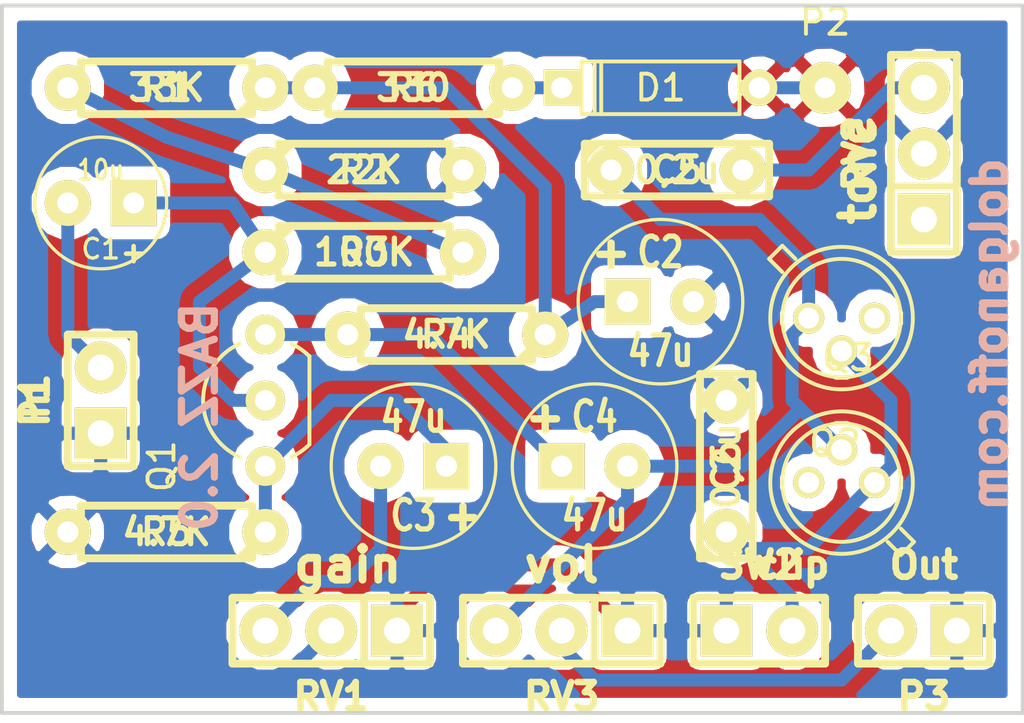
<source format=kicad_pcb>
(kicad_pcb (version 4) (host pcbnew 4.0.4+e1-6308~48~ubuntu16.04.1-stable)

  (general
    (links 34)
    (no_connects 0)
    (area 148.514999 90.094999 188.035001 117.550001)
    (thickness 1.6)
    (drawings 11)
    (tracks 68)
    (zones 0)
    (modules 23)
    (nets 15)
  )

  (page A4)
  (title_block
    (date 2016-10-09)
    (rev 2.0)
  )

  (layers
    (0 F.Cu signal)
    (31 B.Cu signal)
    (32 B.Adhes user hide)
    (33 F.Adhes user hide)
    (34 B.Paste user)
    (35 F.Paste user)
    (36 B.SilkS user)
    (37 F.SilkS user)
    (38 B.Mask user)
    (39 F.Mask user)
    (40 Dwgs.User user hide)
    (41 Cmts.User user hide)
    (42 Eco1.User user hide)
    (43 Eco2.User user hide)
    (44 Edge.Cuts user)
    (45 Margin user hide)
    (46 B.CrtYd user hide)
    (47 F.CrtYd user hide)
    (48 B.Fab user hide)
    (49 F.Fab user hide)
  )

  (setup
    (last_trace_width 0.5)
    (trace_clearance 0.3)
    (zone_clearance 0.508)
    (zone_45_only no)
    (trace_min 0.2)
    (segment_width 0.2)
    (edge_width 0.15)
    (via_size 0.7)
    (via_drill 0.5)
    (via_min_size 0.4)
    (via_min_drill 0.3)
    (uvia_size 0.3)
    (uvia_drill 0.1)
    (uvias_allowed no)
    (uvia_min_size 0.2)
    (uvia_min_drill 0.1)
    (pcb_text_width 0.3)
    (pcb_text_size 1.5 1.5)
    (mod_edge_width 0.15)
    (mod_text_size 1 1)
    (mod_text_width 0.15)
    (pad_size 1.524 1.524)
    (pad_drill 0.762)
    (pad_to_mask_clearance 0.2)
    (aux_axis_origin 0 0)
    (visible_elements FFFDFF7F)
    (pcbplotparams
      (layerselection 0x010f0_80000001)
      (usegerberextensions true)
      (excludeedgelayer true)
      (linewidth 0.100000)
      (plotframeref false)
      (viasonmask false)
      (mode 1)
      (useauxorigin false)
      (hpglpennumber 1)
      (hpglpenspeed 20)
      (hpglpendiameter 15)
      (hpglpenoverlay 2)
      (psnegative false)
      (psa4output false)
      (plotreference true)
      (plotvalue true)
      (plotinvisibletext false)
      (padsonsilk false)
      (subtractmaskfromsilk false)
      (outputformat 1)
      (mirror false)
      (drillshape 0)
      (scaleselection 1)
      (outputdirectory plots/))
  )

  (net 0 "")
  (net 1 "Net-(C1-Pad1)")
  (net 2 "Net-(C1-Pad2)")
  (net 3 "Net-(C2-Pad1)")
  (net 4 GND)
  (net 5 "Net-(C3-Pad1)")
  (net 6 "Net-(C4-Pad1)")
  (net 7 "Net-(C4-Pad2)")
  (net 8 "Net-(R1-Pad2)")
  (net 9 "Net-(C3-Pad2)")
  (net 10 "Net-(C5-Pad2)")
  (net 11 "Net-(P3-Pad2)")
  (net 12 "Net-(D1-Pad2)")
  (net 13 "Net-(D1-Pad1)")
  (net 14 "Net-(C6-Pad1)")

  (net_class Default "This is the default net class."
    (clearance 0.3)
    (trace_width 0.5)
    (via_dia 0.7)
    (via_drill 0.5)
    (uvia_dia 0.3)
    (uvia_drill 0.1)
    (add_net GND)
    (add_net "Net-(C1-Pad1)")
    (add_net "Net-(C1-Pad2)")
    (add_net "Net-(C2-Pad1)")
    (add_net "Net-(C3-Pad1)")
    (add_net "Net-(C3-Pad2)")
    (add_net "Net-(C4-Pad1)")
    (add_net "Net-(C4-Pad2)")
    (add_net "Net-(C5-Pad2)")
    (add_net "Net-(C6-Pad1)")
    (add_net "Net-(D1-Pad1)")
    (add_net "Net-(D1-Pad2)")
    (add_net "Net-(P3-Pad2)")
    (add_net "Net-(R1-Pad2)")
  )

  (module Custom:C1V5-LARGE_PADS (layer F.Cu) (tedit 545FB66B) (tstamp 57EEBE1E)
    (at 152.4 97.79 180)
    (descr "Condensateur e = 1 pas")
    (tags C)
    (path /57ED83CA)
    (fp_text reference C1 (at 0 -1.778 180) (layer F.SilkS)
      (effects (font (size 0.762 0.762) (thickness 0.127)))
    )
    (fp_text value 10u (at 0 1.27 180) (layer F.SilkS)
      (effects (font (size 0.762 0.635) (thickness 0.127)))
    )
    (fp_text user + (at -1.27 -1.905 180) (layer F.SilkS)
      (effects (font (size 0.762 0.762) (thickness 0.1778)))
    )
    (fp_circle (center 0 0) (end 0.127 -2.54) (layer F.SilkS) (width 0.127))
    (pad 1 thru_hole rect (at -1.27 0 180) (size 1.778 1.778) (drill 0.8128) (layers *.Cu *.Mask F.SilkS)
      (net 1 "Net-(C1-Pad1)"))
    (pad 2 thru_hole circle (at 1.27 0 180) (size 1.778 1.778) (drill 0.8128) (layers *.Cu *.Mask F.SilkS)
      (net 2 "Net-(C1-Pad2)"))
    (model Discret.3dshapes/C1V5.wrl
      (at (xyz 0 0 0))
      (scale (xyz 1 1 1))
      (rotate (xyz 0 0 0))
    )
  )

  (module Custom:C1V7-LARGE_PADS (layer F.Cu) (tedit 545FB6F5) (tstamp 57EEBE30)
    (at 171.45 107.95)
    (path /57ED7DA5)
    (fp_text reference C4 (at 0 -1.905) (layer F.SilkS)
      (effects (font (size 1.143 0.889) (thickness 0.2032)))
    )
    (fp_text value 47u (at 0 1.905) (layer F.SilkS)
      (effects (font (size 1.143 0.889) (thickness 0.2032)))
    )
    (fp_text user + (at -1.905 -1.905) (layer F.SilkS)
      (effects (font (size 1.143 1.143) (thickness 0.28575)))
    )
    (fp_circle (center 0 0) (end 3.175 0) (layer F.SilkS) (width 0.127))
    (pad 1 thru_hole rect (at -1.27 0) (size 1.778 1.778) (drill 0.8128) (layers *.Cu *.Mask F.SilkS)
      (net 6 "Net-(C4-Pad1)"))
    (pad 2 thru_hole circle (at 1.27 0) (size 1.778 1.778) (drill 0.8128) (layers *.Cu *.Mask F.SilkS)
      (net 7 "Net-(C4-Pad2)"))
    (model Discret.3dshapes/C1V7.wrl
      (at (xyz 0 0 0))
      (scale (xyz 1 1 1))
      (rotate (xyz 0 0 0))
    )
  )

  (module Custom:C1V7-LARGE_PADS (layer F.Cu) (tedit 545FB6F5) (tstamp 57EEBE36)
    (at 164.465 107.95 180)
    (path /57ED7D7A)
    (fp_text reference C3 (at 0 -1.905 180) (layer F.SilkS)
      (effects (font (size 1.143 0.889) (thickness 0.2032)))
    )
    (fp_text value 47u (at 0 1.905 180) (layer F.SilkS)
      (effects (font (size 1.143 0.889) (thickness 0.2032)))
    )
    (fp_text user + (at -1.905 -1.905 180) (layer F.SilkS)
      (effects (font (size 1.143 1.143) (thickness 0.28575)))
    )
    (fp_circle (center 0 0) (end 3.175 0) (layer F.SilkS) (width 0.127))
    (pad 1 thru_hole rect (at -1.27 0 180) (size 1.778 1.778) (drill 0.8128) (layers *.Cu *.Mask F.SilkS)
      (net 5 "Net-(C3-Pad1)"))
    (pad 2 thru_hole circle (at 1.27 0 180) (size 1.778 1.778) (drill 0.8128) (layers *.Cu *.Mask F.SilkS)
      (net 9 "Net-(C3-Pad2)"))
    (model Discret.3dshapes/C1V7.wrl
      (at (xyz 0 0 0))
      (scale (xyz 1 1 1))
      (rotate (xyz 0 0 0))
    )
  )

  (module Custom:C2-LARGE_PADS (layer F.Cu) (tedit 544816E5) (tstamp 57EEBE3C)
    (at 174.625 96.52)
    (descr "Condensateur = 2 pas")
    (tags C)
    (path /57ED8AC6)
    (fp_text reference C5 (at 0 0) (layer F.SilkS)
      (effects (font (size 1 1) (thickness 0.2032)))
    )
    (fp_text value 0,2u (at 0 0) (layer F.SilkS)
      (effects (font (size 1 1) (thickness 0.2032)))
    )
    (fp_line (start -3.556 -1.016) (end 3.556 -1.016) (layer F.SilkS) (width 0.3048))
    (fp_line (start 3.556 -1.016) (end 3.556 1.016) (layer F.SilkS) (width 0.3048))
    (fp_line (start 3.556 1.016) (end -3.556 1.016) (layer F.SilkS) (width 0.3048))
    (fp_line (start -3.556 1.016) (end -3.556 -1.016) (layer F.SilkS) (width 0.3048))
    (fp_line (start -3.556 -0.508) (end -3.048 -1.016) (layer F.SilkS) (width 0.3048))
    (pad 1 thru_hole circle (at -2.54 0) (size 1.778 1.778) (drill 0.8128) (layers *.Cu *.Mask F.SilkS)
      (net 7 "Net-(C4-Pad2)"))
    (pad 2 thru_hole circle (at 2.54 0) (size 1.778 1.778) (drill 0.8128) (layers *.Cu *.Mask F.SilkS)
      (net 10 "Net-(C5-Pad2)"))
    (model Discret.3dshapes/C2.wrl
      (at (xyz 0 0 0))
      (scale (xyz 1 1 1))
      (rotate (xyz 0 0 0))
    )
  )

  (module TO_SOT_Packages_THT:TO-92_Inline_Wide (layer F.Cu) (tedit 57FA3F9D) (tstamp 57EEBE54)
    (at 158.75 107.95 90)
    (descr "TO-92 leads in-line, wide, drill 0.8mm (see NXP sot054_po.pdf)")
    (tags "to-92 sc-43 sc-43a sot54 PA33 transistor")
    (path /57ED7B6B)
    (fp_text reference Q1 (at 0 -4 270) (layer F.SilkS)
      (effects (font (size 1 1) (thickness 0.15)))
    )
    (fp_text value BC549C (at 2.54 -2.54 90) (layer F.Fab)
      (effects (font (size 1 1) (thickness 0.15)))
    )
    (fp_arc (start 2.54 0) (end 0.84 1.7) (angle 20.5) (layer F.SilkS) (width 0.15))
    (fp_arc (start 2.54 0) (end 4.24 1.7) (angle -20.5) (layer F.SilkS) (width 0.15))
    (fp_line (start -1 1.95) (end -1 -2.65) (layer F.CrtYd) (width 0.05))
    (fp_line (start -1 1.95) (end 6.1 1.95) (layer F.CrtYd) (width 0.05))
    (fp_line (start 0.84 1.7) (end 4.24 1.7) (layer F.SilkS) (width 0.15))
    (fp_arc (start 2.54 0) (end 2.54 -2.4) (angle -65.55604127) (layer F.SilkS) (width 0.15))
    (fp_arc (start 2.54 0) (end 2.54 -2.4) (angle 65.55604127) (layer F.SilkS) (width 0.15))
    (fp_line (start -1 -2.65) (end 6.1 -2.65) (layer F.CrtYd) (width 0.05))
    (fp_line (start 6.1 1.95) (end 6.1 -2.65) (layer F.CrtYd) (width 0.05))
    (pad 2 thru_hole circle (at 2.54 0 180) (size 1.524 1.524) (drill 0.8) (layers *.Cu *.Mask F.SilkS)
      (net 1 "Net-(C1-Pad1)"))
    (pad 3 thru_hole circle (at 5.08 0 180) (size 1.524 1.524) (drill 0.8) (layers *.Cu *.Mask F.SilkS)
      (net 6 "Net-(C4-Pad1)"))
    (pad 1 thru_hole circle (at 0 0 180) (size 1.524 1.524) (drill 0.8) (layers *.Cu *.Mask F.SilkS)
      (net 5 "Net-(C3-Pad1)"))
    (model TO_SOT_Packages_THT.3dshapes/TO-92_Inline_Wide.wrl
      (at (xyz 0.1 0 0))
      (scale (xyz 1 1 1))
      (rotate (xyz 0 0 -90))
    )
  )

  (module TO_SOT_Packages_THT:TO-18_3Pin (layer F.Cu) (tedit 57FA47D3) (tstamp 57EEBE5B)
    (at 180.975 102.235 180)
    (descr "TO-18, 3Pin,")
    (tags "TO-18, 3Pin,")
    (path /57ED8711)
    (fp_text reference Q2 (at 0.254 -4.826 180) (layer F.SilkS)
      (effects (font (size 1 1) (thickness 0.15)))
    )
    (fp_text value AC128 (at -0.635 1.905 180) (layer F.Fab)
      (effects (font (size 1 1) (thickness 0.15)))
    )
    (fp_line (start 2.794 2.286) (end 2.286 1.778) (layer F.SilkS) (width 0.15))
    (fp_line (start 1.778 2.286) (end 2.286 2.794) (layer F.SilkS) (width 0.15))
    (fp_line (start 2.286 2.794) (end 2.794 2.286) (layer F.SilkS) (width 0.15))
    (fp_circle (center 0 0) (end 2.286 0) (layer F.SilkS) (width 0.15))
    (fp_circle (center 0 0) (end 2.75 0) (layer F.SilkS) (width 0.15))
    (pad 1 thru_hole circle (at 1.27 0 180) (size 1.2 1.2) (drill 0.8) (layers *.Cu *.Mask F.SilkS)
      (net 7 "Net-(C4-Pad2)"))
    (pad 2 thru_hole circle (at 0 -1.27 180) (size 1.2 1.2) (drill 0.8) (layers *.Cu *.Mask F.SilkS)
      (net 14 "Net-(C6-Pad1)"))
    (pad 3 thru_hole circle (at -1.27 0 180) (size 1.2 1.2) (drill 0.8) (layers *.Cu *.Mask F.SilkS))
    (model TO_SOT_Packages_THT.3dshapes/TO-18_3Pin.wrl
      (at (xyz 0 0 0))
      (scale (xyz 0.3937 0.3937 0.3937))
      (rotate (xyz 0 0 0))
    )
  )

  (module TO_SOT_Packages_THT:TO-18_3Pin (layer F.Cu) (tedit 57FA47CB) (tstamp 57EEBE62)
    (at 180.975 108.585)
    (descr "TO-18, 3Pin,")
    (tags "TO-18, 3Pin,")
    (path /57ED86BE)
    (fp_text reference Q3 (at 0.254 -4.826) (layer F.SilkS)
      (effects (font (size 1 1) (thickness 0.15)))
    )
    (fp_text value AC128 (at 0 1.905) (layer F.Fab)
      (effects (font (size 1 1) (thickness 0.15)))
    )
    (fp_line (start 2.794 2.286) (end 2.286 1.778) (layer F.SilkS) (width 0.15))
    (fp_line (start 1.778 2.286) (end 2.286 2.794) (layer F.SilkS) (width 0.15))
    (fp_line (start 2.286 2.794) (end 2.794 2.286) (layer F.SilkS) (width 0.15))
    (fp_circle (center 0 0) (end 2.286 0) (layer F.SilkS) (width 0.15))
    (fp_circle (center 0 0) (end 2.75 0) (layer F.SilkS) (width 0.15))
    (pad 1 thru_hole circle (at 1.27 0) (size 1.2 1.2) (drill 0.8) (layers *.Cu *.Mask F.SilkS)
      (net 14 "Net-(C6-Pad1)"))
    (pad 2 thru_hole circle (at 0 -1.27) (size 1.2 1.2) (drill 0.8) (layers *.Cu *.Mask F.SilkS)
      (net 7 "Net-(C4-Pad2)"))
    (pad 3 thru_hole circle (at -1.27 0) (size 1.2 1.2) (drill 0.8) (layers *.Cu *.Mask F.SilkS))
    (model TO_SOT_Packages_THT.3dshapes/TO-18_3Pin.wrl
      (at (xyz 0 0 0))
      (scale (xyz 0.3937 0.3937 0.3937))
      (rotate (xyz 0 0 0))
    )
  )

  (module Custom:R3-LARGE_PADS (layer F.Cu) (tedit 544816C3) (tstamp 57EEBE68)
    (at 154.94 93.345 180)
    (descr "Resitance 3 pas")
    (tags R)
    (path /57ED7F89)
    (autoplace_cost180 10)
    (fp_text reference R1 (at 0 0 180) (layer F.SilkS)
      (effects (font (size 1 1) (thickness 0.2032)))
    )
    (fp_text value 33K (at 0 0 180) (layer F.SilkS)
      (effects (font (size 1 1) (thickness 0.2032)))
    )
    (fp_line (start -3.81 0) (end -3.302 0) (layer F.SilkS) (width 0.3048))
    (fp_line (start 3.81 0) (end 3.302 0) (layer F.SilkS) (width 0.3048))
    (fp_line (start 3.302 0) (end 3.302 -1.016) (layer F.SilkS) (width 0.3048))
    (fp_line (start 3.302 -1.016) (end -3.302 -1.016) (layer F.SilkS) (width 0.3048))
    (fp_line (start -3.302 -1.016) (end -3.302 1.016) (layer F.SilkS) (width 0.3048))
    (fp_line (start -3.302 1.016) (end 3.302 1.016) (layer F.SilkS) (width 0.3048))
    (fp_line (start 3.302 1.016) (end 3.302 0) (layer F.SilkS) (width 0.3048))
    (fp_line (start -3.302 -0.508) (end -2.794 -1.016) (layer F.SilkS) (width 0.3048))
    (pad 1 thru_hole circle (at -3.81 0 180) (size 1.778 1.778) (drill 0.8128) (layers *.Cu *.Mask F.SilkS)
      (net 3 "Net-(C2-Pad1)"))
    (pad 2 thru_hole circle (at 3.81 0 180) (size 1.778 1.778) (drill 0.8128) (layers *.Cu *.Mask F.SilkS)
      (net 8 "Net-(R1-Pad2)"))
    (model Discret.3dshapes/R3-5.wrl
      (at (xyz 0 0 0))
      (scale (xyz 0.3 0.3 0.3))
      (rotate (xyz 0 0 0))
    )
  )

  (module Custom:R3-LARGE_PADS (layer F.Cu) (tedit 544816C3) (tstamp 57EEBE6E)
    (at 162.56 96.52)
    (descr "Resitance 3 pas")
    (tags R)
    (path /57ED7FC8)
    (autoplace_cost180 10)
    (fp_text reference R2 (at 0 0) (layer F.SilkS)
      (effects (font (size 1 1) (thickness 0.2032)))
    )
    (fp_text value 22K (at 0 0) (layer F.SilkS)
      (effects (font (size 1 1) (thickness 0.2032)))
    )
    (fp_line (start -3.81 0) (end -3.302 0) (layer F.SilkS) (width 0.3048))
    (fp_line (start 3.81 0) (end 3.302 0) (layer F.SilkS) (width 0.3048))
    (fp_line (start 3.302 0) (end 3.302 -1.016) (layer F.SilkS) (width 0.3048))
    (fp_line (start 3.302 -1.016) (end -3.302 -1.016) (layer F.SilkS) (width 0.3048))
    (fp_line (start -3.302 -1.016) (end -3.302 1.016) (layer F.SilkS) (width 0.3048))
    (fp_line (start -3.302 1.016) (end 3.302 1.016) (layer F.SilkS) (width 0.3048))
    (fp_line (start 3.302 1.016) (end 3.302 0) (layer F.SilkS) (width 0.3048))
    (fp_line (start -3.302 -0.508) (end -2.794 -1.016) (layer F.SilkS) (width 0.3048))
    (pad 1 thru_hole circle (at -3.81 0) (size 1.778 1.778) (drill 0.8128) (layers *.Cu *.Mask F.SilkS)
      (net 8 "Net-(R1-Pad2)"))
    (pad 2 thru_hole circle (at 3.81 0) (size 1.778 1.778) (drill 0.8128) (layers *.Cu *.Mask F.SilkS)
      (net 4 GND))
    (model Discret.3dshapes/R3-5.wrl
      (at (xyz 0 0 0))
      (scale (xyz 0.3 0.3 0.3))
      (rotate (xyz 0 0 0))
    )
  )

  (module Custom:R3-LARGE_PADS (layer F.Cu) (tedit 544816C3) (tstamp 57EEBE74)
    (at 162.56 99.695)
    (descr "Resitance 3 pas")
    (tags R)
    (path /57ED7ED7)
    (autoplace_cost180 10)
    (fp_text reference R3 (at 0 0) (layer F.SilkS)
      (effects (font (size 1 1) (thickness 0.2032)))
    )
    (fp_text value 100K (at 0 0) (layer F.SilkS)
      (effects (font (size 1 1) (thickness 0.2032)))
    )
    (fp_line (start -3.81 0) (end -3.302 0) (layer F.SilkS) (width 0.3048))
    (fp_line (start 3.81 0) (end 3.302 0) (layer F.SilkS) (width 0.3048))
    (fp_line (start 3.302 0) (end 3.302 -1.016) (layer F.SilkS) (width 0.3048))
    (fp_line (start 3.302 -1.016) (end -3.302 -1.016) (layer F.SilkS) (width 0.3048))
    (fp_line (start -3.302 -1.016) (end -3.302 1.016) (layer F.SilkS) (width 0.3048))
    (fp_line (start -3.302 1.016) (end 3.302 1.016) (layer F.SilkS) (width 0.3048))
    (fp_line (start 3.302 1.016) (end 3.302 0) (layer F.SilkS) (width 0.3048))
    (fp_line (start -3.302 -0.508) (end -2.794 -1.016) (layer F.SilkS) (width 0.3048))
    (pad 1 thru_hole circle (at -3.81 0) (size 1.778 1.778) (drill 0.8128) (layers *.Cu *.Mask F.SilkS)
      (net 1 "Net-(C1-Pad1)"))
    (pad 2 thru_hole circle (at 3.81 0) (size 1.778 1.778) (drill 0.8128) (layers *.Cu *.Mask F.SilkS)
      (net 8 "Net-(R1-Pad2)"))
    (model Discret.3dshapes/R3-5.wrl
      (at (xyz 0 0 0))
      (scale (xyz 0.3 0.3 0.3))
      (rotate (xyz 0 0 0))
    )
  )

  (module Custom:R3-LARGE_PADS (layer F.Cu) (tedit 544816C3) (tstamp 57EEBE7A)
    (at 165.735 102.87 180)
    (descr "Resitance 3 pas")
    (tags R)
    (path /57ED7BD5)
    (autoplace_cost180 10)
    (fp_text reference R4 (at 0 0 180) (layer F.SilkS)
      (effects (font (size 1 1) (thickness 0.2032)))
    )
    (fp_text value 4.7K (at 0 0 180) (layer F.SilkS)
      (effects (font (size 1 1) (thickness 0.2032)))
    )
    (fp_line (start -3.81 0) (end -3.302 0) (layer F.SilkS) (width 0.3048))
    (fp_line (start 3.81 0) (end 3.302 0) (layer F.SilkS) (width 0.3048))
    (fp_line (start 3.302 0) (end 3.302 -1.016) (layer F.SilkS) (width 0.3048))
    (fp_line (start 3.302 -1.016) (end -3.302 -1.016) (layer F.SilkS) (width 0.3048))
    (fp_line (start -3.302 -1.016) (end -3.302 1.016) (layer F.SilkS) (width 0.3048))
    (fp_line (start -3.302 1.016) (end 3.302 1.016) (layer F.SilkS) (width 0.3048))
    (fp_line (start 3.302 1.016) (end 3.302 0) (layer F.SilkS) (width 0.3048))
    (fp_line (start -3.302 -0.508) (end -2.794 -1.016) (layer F.SilkS) (width 0.3048))
    (pad 1 thru_hole circle (at -3.81 0 180) (size 1.778 1.778) (drill 0.8128) (layers *.Cu *.Mask F.SilkS)
      (net 3 "Net-(C2-Pad1)"))
    (pad 2 thru_hole circle (at 3.81 0 180) (size 1.778 1.778) (drill 0.8128) (layers *.Cu *.Mask F.SilkS)
      (net 6 "Net-(C4-Pad1)"))
    (model Discret.3dshapes/R3-5.wrl
      (at (xyz 0 0 0))
      (scale (xyz 0.3 0.3 0.3))
      (rotate (xyz 0 0 0))
    )
  )

  (module Custom:R3-LARGE_PADS (layer F.Cu) (tedit 544816C3) (tstamp 57EEBE80)
    (at 164.465 93.345 180)
    (descr "Resitance 3 pas")
    (tags R)
    (path /57ED830F)
    (autoplace_cost180 10)
    (fp_text reference R6 (at 0 0 180) (layer F.SilkS)
      (effects (font (size 1 1) (thickness 0.2032)))
    )
    (fp_text value 330 (at 0 0 180) (layer F.SilkS)
      (effects (font (size 1 1) (thickness 0.2032)))
    )
    (fp_line (start -3.81 0) (end -3.302 0) (layer F.SilkS) (width 0.3048))
    (fp_line (start 3.81 0) (end 3.302 0) (layer F.SilkS) (width 0.3048))
    (fp_line (start 3.302 0) (end 3.302 -1.016) (layer F.SilkS) (width 0.3048))
    (fp_line (start 3.302 -1.016) (end -3.302 -1.016) (layer F.SilkS) (width 0.3048))
    (fp_line (start -3.302 -1.016) (end -3.302 1.016) (layer F.SilkS) (width 0.3048))
    (fp_line (start -3.302 1.016) (end 3.302 1.016) (layer F.SilkS) (width 0.3048))
    (fp_line (start 3.302 1.016) (end 3.302 0) (layer F.SilkS) (width 0.3048))
    (fp_line (start -3.302 -0.508) (end -2.794 -1.016) (layer F.SilkS) (width 0.3048))
    (pad 1 thru_hole circle (at -3.81 0 180) (size 1.778 1.778) (drill 0.8128) (layers *.Cu *.Mask F.SilkS)
      (net 13 "Net-(D1-Pad1)"))
    (pad 2 thru_hole circle (at 3.81 0 180) (size 1.778 1.778) (drill 0.8128) (layers *.Cu *.Mask F.SilkS)
      (net 3 "Net-(C2-Pad1)"))
    (model Discret.3dshapes/R3-5.wrl
      (at (xyz 0 0 0))
      (scale (xyz 0.3 0.3 0.3))
      (rotate (xyz 0 0 0))
    )
  )

  (module Wire_Pads:SolderWirePad_single_0-8mmDrill (layer F.Cu) (tedit 57FA40DF) (tstamp 57EEC1DB)
    (at 180.34 93.345)
    (path /57ED9AC3)
    (fp_text reference P2 (at 0 -2.54) (layer F.SilkS)
      (effects (font (size 1 1) (thickness 0.15)))
    )
    (fp_text value +9V (at 0 -1.905) (layer F.Fab)
      (effects (font (size 1 1) (thickness 0.15)))
    )
    (pad 1 thru_hole circle (at 0 0) (size 1.99898 1.99898) (drill 0.8001) (layers *.Cu *.Mask F.SilkS)
      (net 12 "Net-(D1-Pad2)"))
  )

  (module Custom:R3-LARGE_PADS (layer F.Cu) (tedit 544816C3) (tstamp 57F972CB)
    (at 154.94 110.49 180)
    (descr "Resitance 3 pas")
    (tags R)
    (path /57F9756A)
    (autoplace_cost180 10)
    (fp_text reference R5 (at 0 0 180) (layer F.SilkS)
      (effects (font (size 1 1) (thickness 0.2032)))
    )
    (fp_text value 4.7K (at 0 0 180) (layer F.SilkS)
      (effects (font (size 1 1) (thickness 0.2032)))
    )
    (fp_line (start -3.81 0) (end -3.302 0) (layer F.SilkS) (width 0.3048))
    (fp_line (start 3.81 0) (end 3.302 0) (layer F.SilkS) (width 0.3048))
    (fp_line (start 3.302 0) (end 3.302 -1.016) (layer F.SilkS) (width 0.3048))
    (fp_line (start 3.302 -1.016) (end -3.302 -1.016) (layer F.SilkS) (width 0.3048))
    (fp_line (start -3.302 -1.016) (end -3.302 1.016) (layer F.SilkS) (width 0.3048))
    (fp_line (start -3.302 1.016) (end 3.302 1.016) (layer F.SilkS) (width 0.3048))
    (fp_line (start 3.302 1.016) (end 3.302 0) (layer F.SilkS) (width 0.3048))
    (fp_line (start -3.302 -0.508) (end -2.794 -1.016) (layer F.SilkS) (width 0.3048))
    (pad 1 thru_hole circle (at -3.81 0 180) (size 1.778 1.778) (drill 0.8128) (layers *.Cu *.Mask F.SilkS)
      (net 5 "Net-(C3-Pad1)"))
    (pad 2 thru_hole circle (at 3.81 0 180) (size 1.778 1.778) (drill 0.8128) (layers *.Cu *.Mask F.SilkS)
      (net 4 GND))
    (model Discret.3dshapes/R3-5.wrl
      (at (xyz 0 0 0))
      (scale (xyz 0.3 0.3 0.3))
      (rotate (xyz 0 0 0))
    )
  )

  (module Discret:D3 (layer F.Cu) (tedit 0) (tstamp 57FA2064)
    (at 173.99 93.345 180)
    (descr "Diode 3 pas")
    (tags "DIODE DEV")
    (path /57F9822D)
    (fp_text reference D1 (at 0 0 180) (layer F.SilkS)
      (effects (font (size 1 1) (thickness 0.15)))
    )
    (fp_text value 1n5819 (at 0 0 180) (layer F.Fab)
      (effects (font (size 1 1) (thickness 0.15)))
    )
    (fp_line (start 3.81 0) (end 3.048 0) (layer F.SilkS) (width 0.15))
    (fp_line (start 3.048 0) (end 3.048 -1.016) (layer F.SilkS) (width 0.15))
    (fp_line (start 3.048 -1.016) (end -3.048 -1.016) (layer F.SilkS) (width 0.15))
    (fp_line (start -3.048 -1.016) (end -3.048 0) (layer F.SilkS) (width 0.15))
    (fp_line (start -3.048 0) (end -3.81 0) (layer F.SilkS) (width 0.15))
    (fp_line (start -3.048 0) (end -3.048 1.016) (layer F.SilkS) (width 0.15))
    (fp_line (start -3.048 1.016) (end 3.048 1.016) (layer F.SilkS) (width 0.15))
    (fp_line (start 3.048 1.016) (end 3.048 0) (layer F.SilkS) (width 0.15))
    (fp_line (start 2.54 -1.016) (end 2.54 1.016) (layer F.SilkS) (width 0.15))
    (fp_line (start 2.286 1.016) (end 2.286 -1.016) (layer F.SilkS) (width 0.15))
    (pad 1 thru_hole rect (at 3.81 0 180) (size 1.397 1.397) (drill 0.8128) (layers *.Cu *.Mask F.SilkS)
      (net 13 "Net-(D1-Pad1)"))
    (pad 2 thru_hole circle (at -3.81 0 180) (size 1.397 1.397) (drill 0.8128) (layers *.Cu *.Mask F.SilkS)
      (net 12 "Net-(D1-Pad2)"))
    (model Discret.3dshapes/D3.wrl
      (at (xyz 0 0 0))
      (scale (xyz 0.3 0.3 0.3))
      (rotate (xyz 0 0 0))
    )
  )

  (module Custom:C1V7-LARGE_PADS (layer F.Cu) (tedit 545FB6F5) (tstamp 57FA206A)
    (at 173.99 101.6)
    (path /57FA216E)
    (fp_text reference C2 (at 0 -1.905) (layer F.SilkS)
      (effects (font (size 1.143 0.889) (thickness 0.2032)))
    )
    (fp_text value 47u (at 0 1.905) (layer F.SilkS)
      (effects (font (size 1.143 0.889) (thickness 0.2032)))
    )
    (fp_text user + (at -1.905 -1.905) (layer F.SilkS)
      (effects (font (size 1.143 1.143) (thickness 0.28575)))
    )
    (fp_circle (center 0 0) (end 3.175 0) (layer F.SilkS) (width 0.127))
    (pad 1 thru_hole rect (at -1.27 0) (size 1.778 1.778) (drill 0.8128) (layers *.Cu *.Mask F.SilkS)
      (net 3 "Net-(C2-Pad1)"))
    (pad 2 thru_hole circle (at 1.27 0) (size 1.778 1.778) (drill 0.8128) (layers *.Cu *.Mask F.SilkS)
      (net 4 GND))
    (model Discret.3dshapes/C1V7.wrl
      (at (xyz 0 0 0))
      (scale (xyz 1 1 1))
      (rotate (xyz 0 0 0))
    )
  )

  (module Custom:SIL-2-LARGE_PADS (layer F.Cu) (tedit 57FA4752) (tstamp 57EEBE42)
    (at 152.4 105.41 90)
    (descr "Connecteurs 2 pins")
    (tags "CONN DEV")
    (path /57ED94D3)
    (fp_text reference P1 (at 0 -2.54 90) (layer F.SilkS)
      (effects (font (size 1.016 1.016) (thickness 0.254)))
    )
    (fp_text value In (at 0 -2.54 90) (layer F.SilkS)
      (effects (font (size 1.016 1.016) (thickness 0.254)))
    )
    (fp_line (start -2.54 1.27) (end -2.54 -1.27) (layer F.SilkS) (width 0.3048))
    (fp_line (start -2.54 -1.27) (end 2.54 -1.27) (layer F.SilkS) (width 0.3048))
    (fp_line (start 2.54 -1.27) (end 2.54 1.27) (layer F.SilkS) (width 0.3048))
    (fp_line (start 2.54 1.27) (end -2.54 1.27) (layer F.SilkS) (width 0.3048))
    (pad 1 thru_hole rect (at -1.27 0 90) (size 2 2) (drill 1) (layers *.Cu *.Mask F.SilkS)
      (net 4 GND))
    (pad 2 thru_hole circle (at 1.27 0 90) (size 2 2) (drill 1) (layers *.Cu *.Mask F.SilkS)
      (net 2 "Net-(C1-Pad2)"))
  )

  (module Custom:SIL-3-LARGE_PADS (layer F.Cu) (tedit 57FA85DE) (tstamp 57EEBE8E)
    (at 184.15 95.885 90)
    (descr "Connecteur 3 pins")
    (tags "CONN DEV")
    (path /57ED8A65)
    (fp_text reference RV2 (at 0 -2.54 90) (layer F.SilkS)
      (effects (font (size 1.016 1.016) (thickness 0.254)))
    )
    (fp_text value A25K (at -6.35 0.635 90) (layer F.SilkS) hide
      (effects (font (size 1.016 1.016) (thickness 0.254)))
    )
    (fp_line (start -3.81 1.27) (end -3.81 -1.27) (layer F.SilkS) (width 0.3048))
    (fp_line (start -3.81 -1.27) (end 3.81 -1.27) (layer F.SilkS) (width 0.3048))
    (fp_line (start 3.81 -1.27) (end 3.81 1.27) (layer F.SilkS) (width 0.3048))
    (fp_line (start 3.81 1.27) (end -3.81 1.27) (layer F.SilkS) (width 0.3048))
    (fp_line (start -1.27 -1.27) (end -1.27 1.27) (layer F.SilkS) (width 0.3048))
    (pad 1 thru_hole rect (at -2.54 0 90) (size 2 2) (drill 1) (layers *.Cu *.Mask F.SilkS))
    (pad 2 thru_hole circle (at 0 0 90) (size 2 2) (drill 1) (layers *.Cu *.Mask F.SilkS)
      (net 4 GND))
    (pad 3 thru_hole circle (at 2.54 0 90) (size 2 2) (drill 1) (layers *.Cu *.Mask F.SilkS)
      (net 10 "Net-(C5-Pad2)"))
  )

  (module Custom:SIL-3-LARGE_PADS (layer F.Cu) (tedit 57FA85E3) (tstamp 57EEBE87)
    (at 161.29 114.3 180)
    (descr "Connecteur 3 pins")
    (tags "CONN DEV")
    (path /57ED7CBF)
    (fp_text reference RV1 (at 0 -2.54 180) (layer F.SilkS)
      (effects (font (size 1.016 1.016) (thickness 0.254)))
    )
    (fp_text value C10K (at 6.35 0 180) (layer F.SilkS) hide
      (effects (font (size 1.016 1.016) (thickness 0.254)))
    )
    (fp_line (start -3.81 1.27) (end -3.81 -1.27) (layer F.SilkS) (width 0.3048))
    (fp_line (start -3.81 -1.27) (end 3.81 -1.27) (layer F.SilkS) (width 0.3048))
    (fp_line (start 3.81 -1.27) (end 3.81 1.27) (layer F.SilkS) (width 0.3048))
    (fp_line (start 3.81 1.27) (end -3.81 1.27) (layer F.SilkS) (width 0.3048))
    (fp_line (start -1.27 -1.27) (end -1.27 1.27) (layer F.SilkS) (width 0.3048))
    (pad 1 thru_hole rect (at -2.54 0 180) (size 2 2) (drill 1) (layers *.Cu *.Mask F.SilkS)
      (net 4 GND))
    (pad 2 thru_hole circle (at 0 0 180) (size 2 2) (drill 1) (layers *.Cu *.Mask F.SilkS)
      (net 4 GND))
    (pad 3 thru_hole circle (at 2.54 0 180) (size 2 2) (drill 1) (layers *.Cu *.Mask F.SilkS)
      (net 9 "Net-(C3-Pad2)"))
  )

  (module Custom:C2-LARGE_PADS (layer F.Cu) (tedit 544816E5) (tstamp 57FA822F)
    (at 176.53 107.95 90)
    (descr "Condensateur = 2 pas")
    (tags C)
    (path /57FA8891)
    (fp_text reference C6 (at 0 0 90) (layer F.SilkS)
      (effects (font (size 1 1) (thickness 0.2032)))
    )
    (fp_text value 0,2u (at 0 0 90) (layer F.SilkS)
      (effects (font (size 1 1) (thickness 0.2032)))
    )
    (fp_line (start -3.556 -1.016) (end 3.556 -1.016) (layer F.SilkS) (width 0.3048))
    (fp_line (start 3.556 -1.016) (end 3.556 1.016) (layer F.SilkS) (width 0.3048))
    (fp_line (start 3.556 1.016) (end -3.556 1.016) (layer F.SilkS) (width 0.3048))
    (fp_line (start -3.556 1.016) (end -3.556 -1.016) (layer F.SilkS) (width 0.3048))
    (fp_line (start -3.556 -0.508) (end -3.048 -1.016) (layer F.SilkS) (width 0.3048))
    (pad 1 thru_hole circle (at -2.54 0 90) (size 1.778 1.778) (drill 0.8128) (layers *.Cu *.Mask F.SilkS)
      (net 14 "Net-(C6-Pad1)"))
    (pad 2 thru_hole circle (at 2.54 0 90) (size 1.778 1.778) (drill 0.8128) (layers *.Cu *.Mask F.SilkS)
      (net 4 GND))
    (model Discret.3dshapes/C2.wrl
      (at (xyz 0 0 0))
      (scale (xyz 1 1 1))
      (rotate (xyz 0 0 0))
    )
  )

  (module Custom:SIL-2-LARGE_PADS (layer F.Cu) (tedit 57FA8D9C) (tstamp 57FA8230)
    (at 184.15 114.3 180)
    (descr "Connecteurs 2 pins")
    (tags "CONN DEV")
    (path /57ED939F)
    (fp_text reference P3 (at 0 -2.54 180) (layer F.SilkS)
      (effects (font (size 1.016 1.016) (thickness 0.254)))
    )
    (fp_text value Out (at 0 2.54 180) (layer F.SilkS)
      (effects (font (size 1.016 1.016) (thickness 0.254)))
    )
    (fp_line (start -2.54 1.27) (end -2.54 -1.27) (layer F.SilkS) (width 0.3048))
    (fp_line (start -2.54 -1.27) (end 2.54 -1.27) (layer F.SilkS) (width 0.3048))
    (fp_line (start 2.54 -1.27) (end 2.54 1.27) (layer F.SilkS) (width 0.3048))
    (fp_line (start 2.54 1.27) (end -2.54 1.27) (layer F.SilkS) (width 0.3048))
    (pad 1 thru_hole rect (at -1.27 0 180) (size 2 2) (drill 1) (layers *.Cu *.Mask F.SilkS)
      (net 4 GND))
    (pad 2 thru_hole circle (at 1.27 0 180) (size 2 2) (drill 1) (layers *.Cu *.Mask F.SilkS)
      (net 11 "Net-(P3-Pad2)"))
  )

  (module Custom:SIL-3-LARGE_PADS (layer F.Cu) (tedit 57FA85E7) (tstamp 57FA8235)
    (at 170.18 114.3 180)
    (descr "Connecteur 3 pins")
    (tags "CONN DEV")
    (path /57ED8C40)
    (fp_text reference RV3 (at 0 -2.54 180) (layer F.SilkS)
      (effects (font (size 1.016 1.016) (thickness 0.254)))
    )
    (fp_text value A25K (at 0 -2.54 180) (layer F.SilkS) hide
      (effects (font (size 1.016 1.016) (thickness 0.254)))
    )
    (fp_line (start -3.81 1.27) (end -3.81 -1.27) (layer F.SilkS) (width 0.3048))
    (fp_line (start -3.81 -1.27) (end 3.81 -1.27) (layer F.SilkS) (width 0.3048))
    (fp_line (start 3.81 -1.27) (end 3.81 1.27) (layer F.SilkS) (width 0.3048))
    (fp_line (start 3.81 1.27) (end -3.81 1.27) (layer F.SilkS) (width 0.3048))
    (fp_line (start -1.27 -1.27) (end -1.27 1.27) (layer F.SilkS) (width 0.3048))
    (pad 1 thru_hole rect (at -2.54 0 180) (size 2 2) (drill 1) (layers *.Cu *.Mask F.SilkS)
      (net 4 GND))
    (pad 2 thru_hole circle (at 0 0 180) (size 2 2) (drill 1) (layers *.Cu *.Mask F.SilkS)
      (net 11 "Net-(P3-Pad2)"))
    (pad 3 thru_hole circle (at 2.54 0 180) (size 2 2) (drill 1) (layers *.Cu *.Mask F.SilkS)
      (net 7 "Net-(C4-Pad2)"))
  )

  (module Custom:SIL-2-LARGE_PADS (layer F.Cu) (tedit 57FA85CB) (tstamp 57FA83CA)
    (at 177.8 114.3)
    (descr "Connecteurs 2 pins")
    (tags "CONN DEV")
    (path /57FA880F)
    (fp_text reference SW2 (at 0 -2.54) (layer F.SilkS)
      (effects (font (size 1.016 1.016) (thickness 0.254)))
    )
    (fp_text value clip (at 1.27 -2.54) (layer F.SilkS)
      (effects (font (size 1.016 1.016) (thickness 0.254)))
    )
    (fp_line (start -2.54 1.27) (end -2.54 -1.27) (layer F.SilkS) (width 0.3048))
    (fp_line (start -2.54 -1.27) (end 2.54 -1.27) (layer F.SilkS) (width 0.3048))
    (fp_line (start 2.54 -1.27) (end 2.54 1.27) (layer F.SilkS) (width 0.3048))
    (fp_line (start 2.54 1.27) (end -2.54 1.27) (layer F.SilkS) (width 0.3048))
    (pad 1 thru_hole rect (at -1.27 0) (size 2 2) (drill 1) (layers *.Cu *.Mask F.SilkS)
      (net 4 GND))
    (pad 2 thru_hole circle (at 1.27 0) (size 2 2) (drill 1) (layers *.Cu *.Mask F.SilkS)
      (net 14 "Net-(C6-Pad1)"))
  )

  (gr_line (start 148.59 117.475) (end 148.59 116.84) (angle 90) (layer Edge.Cuts) (width 0.15))
  (gr_line (start 187.96 116.84) (end 187.96 117.475) (angle 90) (layer Edge.Cuts) (width 0.15))
  (gr_line (start 187.96 117.475) (end 148.59 117.475) (angle 90) (layer Edge.Cuts) (width 0.15))
  (gr_text "BAZZ 2.0" (at 156.21 106.045 90) (layer B.SilkS)
    (effects (font (size 1.27 1.27) (thickness 0.2794)) (justify mirror))
  )
  (gr_text dolganoff.com (at 186.69 102.87 90) (layer B.SilkS)
    (effects (font (size 1.27 1.27) (thickness 0.3)) (justify mirror))
  )
  (gr_text tone (at 181.61 96.52 90) (layer F.SilkS)
    (effects (font (size 1.27 1.27) (thickness 0.3)))
  )
  (gr_line (start 187.96 90.17) (end 148.59 90.17) (angle 90) (layer Edge.Cuts) (width 0.15))
  (gr_line (start 187.96 90.17) (end 187.96 116.84) (angle 90) (layer Edge.Cuts) (width 0.15))
  (gr_text vol (at 170.18 111.76) (layer F.SilkS)
    (effects (font (size 1.27 1.27) (thickness 0.3)))
  )
  (gr_text gain (at 161.925 111.76) (layer F.SilkS)
    (effects (font (size 1.27 1.27) (thickness 0.3)))
  )
  (gr_line (start 148.59 90.17) (end 148.59 116.84) (angle 90) (layer Edge.Cuts) (width 0.15))

  (segment (start 158.75 105.41) (end 157.48 105.41) (width 0.5) (layer B.Cu) (net 1))
  (segment (start 156.21 101.6) (end 158.75 99.695) (width 0.5) (layer B.Cu) (net 1) (tstamp 57EECEEA) (status 20))
  (segment (start 156.21 104.14) (end 156.21 101.6) (width 0.5) (layer B.Cu) (net 1) (tstamp 57EECEE9))
  (segment (start 157.48 105.41) (end 156.21 104.14) (width 0.5) (layer B.Cu) (net 1) (tstamp 57EECEE8))
  (segment (start 158.75 99.695) (end 157.48 97.79) (width 0.5) (layer B.Cu) (net 1) (status 80010))
  (segment (start 157.48 97.79) (end 153.67 97.79) (width 0.5) (layer B.Cu) (net 1) (status 80000))
  (segment (start 152.4 104.14) (end 151.13 102.87) (width 0.5) (layer B.Cu) (net 2))
  (segment (start 151.13 102.87) (end 151.13 97.79) (width 0.5) (layer B.Cu) (net 2) (tstamp 57EECF10))
  (segment (start 172.72 101.6) (end 171.45 101.6) (width 0.5) (layer B.Cu) (net 3) (status 10))
  (segment (start 171.45 101.6) (end 169.545 102.87) (width 0.5) (layer B.Cu) (net 3) (tstamp 57FA3D76) (status 20))
  (segment (start 169.545 102.87) (end 169.545 97.155) (width 0.5) (layer B.Cu) (net 3) (status 10))
  (segment (start 165.735 93.345) (end 160.655 93.345) (width 0.5) (layer B.Cu) (net 3) (tstamp 57FA3D2B) (status 20))
  (segment (start 169.545 97.155) (end 165.735 93.345) (width 0.5) (layer B.Cu) (net 3) (tstamp 57FA3D29))
  (segment (start 158.75 93.345) (end 160.655 93.345) (width 0.5) (layer B.Cu) (net 3) (status 20))
  (segment (start 172.72 114.3) (end 176.53 114.3) (width 0.5) (layer F.Cu) (net 4))
  (segment (start 163.83 114.3) (end 163.83 113.665) (width 0.5) (layer F.Cu) (net 4))
  (segment (start 163.83 113.665) (end 165.735 111.76) (width 0.5) (layer F.Cu) (net 4) (tstamp 57FA86D2))
  (segment (start 165.735 111.76) (end 170.18 111.76) (width 0.5) (layer F.Cu) (net 4) (tstamp 57FA86D4))
  (segment (start 170.18 111.76) (end 172.72 114.3) (width 0.5) (layer F.Cu) (net 4) (tstamp 57FA86D8))
  (segment (start 165.735 107.95) (end 165.735 107.315) (width 0.5) (layer B.Cu) (net 5))
  (segment (start 165.735 107.315) (end 163.83 105.41) (width 0.5) (layer B.Cu) (net 5) (tstamp 57FA8651))
  (segment (start 163.83 105.41) (end 161.29 105.41) (width 0.5) (layer B.Cu) (net 5) (tstamp 57FA8654))
  (segment (start 161.29 105.41) (end 158.75 107.95) (width 0.5) (layer B.Cu) (net 5) (tstamp 57FA8655))
  (segment (start 158.75 110.49) (end 158.75 107.95) (width 0.5) (layer B.Cu) (net 5) (status 10))
  (segment (start 170.18 107.95) (end 165.1 102.87) (width 0.5) (layer B.Cu) (net 6))
  (segment (start 165.1 102.87) (end 161.925 102.87) (width 0.5) (layer B.Cu) (net 6) (tstamp 57FA8647))
  (segment (start 158.75 102.87) (end 161.925 102.87) (width 0.5) (layer B.Cu) (net 6) (status 80020))
  (segment (start 172.72 107.95) (end 177.165 107.95) (width 0.5) (layer B.Cu) (net 7))
  (segment (start 177.165 107.95) (end 179.3875 105.7275) (width 0.5) (layer B.Cu) (net 7) (tstamp 57FA852E))
  (segment (start 172.72 107.95) (end 172.72 109.22) (width 0.5) (layer B.Cu) (net 7))
  (segment (start 169.545 112.395) (end 167.64 114.3) (width 0.5) (layer B.Cu) (net 7) (tstamp 57FA8527))
  (segment (start 172.72 109.22) (end 169.545 112.395) (width 0.5) (layer B.Cu) (net 7) (tstamp 57FA8522))
  (segment (start 179.705 102.235) (end 179.07 102.87) (width 0.5) (layer B.Cu) (net 7))
  (segment (start 179.07 102.87) (end 179.07 105.41) (width 0.5) (layer B.Cu) (net 7) (tstamp 57FA8515))
  (segment (start 179.07 105.41) (end 179.3875 105.7275) (width 0.5) (layer B.Cu) (net 7) (tstamp 57FA851D))
  (segment (start 179.3875 105.7275) (end 180.975 107.315) (width 0.5) (layer B.Cu) (net 7) (tstamp 57FA8535))
  (segment (start 179.705 102.235) (end 179.705 100.33) (width 0.5) (layer B.Cu) (net 7))
  (segment (start 173.99 98.425) (end 172.085 96.52) (width 0.5) (layer B.Cu) (net 7) (tstamp 57FA4B99))
  (segment (start 177.8 98.425) (end 173.99 98.425) (width 0.5) (layer B.Cu) (net 7) (tstamp 57FA4B96))
  (segment (start 179.705 100.33) (end 177.8 98.425) (width 0.5) (layer B.Cu) (net 7) (tstamp 57FA4B94))
  (segment (start 167.64 114.3) (end 167.64 113.665) (width 0.5) (layer B.Cu) (net 7) (status 30))
  (segment (start 158.75 96.52) (end 154.94 95.25) (width 0.5) (layer B.Cu) (net 8) (status 10))
  (segment (start 154.94 95.25) (end 151.13 93.345) (width 0.5) (layer B.Cu) (net 8) (tstamp 57FA39D0) (status 20))
  (segment (start 158.75 96.52) (end 166.37 99.695) (width 0.5) (layer B.Cu) (net 8) (status 10))
  (segment (start 158.75 114.3) (end 160.655 112.395) (width 0.5) (layer B.Cu) (net 9))
  (segment (start 163.195 111.125) (end 163.195 107.95) (width 0.5) (layer B.Cu) (net 9) (tstamp 57FA870A))
  (segment (start 161.925 112.395) (end 163.195 111.125) (width 0.5) (layer B.Cu) (net 9) (tstamp 57FA8709))
  (segment (start 160.655 112.395) (end 161.925 112.395) (width 0.5) (layer B.Cu) (net 9) (tstamp 57FA8703))
  (segment (start 158.75 114.3) (end 158.75 113.665) (width 0.5) (layer B.Cu) (net 9))
  (segment (start 177.165 96.52) (end 179.705 96.52) (width 0.5) (layer B.Cu) (net 10))
  (segment (start 182.88 93.345) (end 184.15 93.345) (width 0.5) (layer B.Cu) (net 10) (tstamp 57FA4AAB))
  (segment (start 179.705 96.52) (end 182.88 93.345) (width 0.5) (layer B.Cu) (net 10) (tstamp 57FA4AA9))
  (segment (start 184.15 93.345) (end 183.515 93.345) (width 0.5) (layer B.Cu) (net 10) (status 30))
  (segment (start 177.165 96.52) (end 177.165 96.52) (width 0.5) (layer B.Cu) (net 10) (status 30))
  (segment (start 170.18 114.3) (end 170.18 114.935) (width 0.5) (layer B.Cu) (net 11))
  (segment (start 170.18 114.935) (end 171.45 116.205) (width 0.5) (layer B.Cu) (net 11) (tstamp 57FA853E))
  (segment (start 171.45 116.205) (end 180.975 116.205) (width 0.5) (layer B.Cu) (net 11) (tstamp 57FA8543))
  (segment (start 180.975 116.205) (end 182.88 114.3) (width 0.5) (layer B.Cu) (net 11) (tstamp 57FA8546))
  (segment (start 177.8 93.345) (end 180.34 93.345) (width 0.5) (layer B.Cu) (net 12) (status 20))
  (segment (start 168.275 93.345) (end 170.18 93.345) (width 0.5) (layer B.Cu) (net 13) (status 20))
  (segment (start 182.245 108.585) (end 182.88 107.95) (width 0.5) (layer B.Cu) (net 14))
  (segment (start 182.88 105.41) (end 180.975 103.505) (width 0.5) (layer B.Cu) (net 14) (tstamp 57FA8509))
  (segment (start 182.88 107.95) (end 182.88 105.41) (width 0.5) (layer B.Cu) (net 14) (tstamp 57FA8508))
  (segment (start 176.53 110.49) (end 177.165 111.125) (width 0.5) (layer B.Cu) (net 14))
  (segment (start 179.705 111.125) (end 182.245 108.585) (width 0.5) (layer B.Cu) (net 14) (tstamp 57FA8504))
  (segment (start 177.165 111.125) (end 179.705 111.125) (width 0.5) (layer B.Cu) (net 14) (tstamp 57FA84FD))
  (segment (start 176.53 110.49) (end 179.07 113.03) (width 0.5) (layer B.Cu) (net 14))
  (segment (start 179.07 113.03) (end 179.07 114.3) (width 0.5) (layer B.Cu) (net 14) (tstamp 57FA84F3))

  (zone (net 4) (net_name GND) (layer B.Cu) (tstamp 57FA8605) (hatch edge 0.508)
    (connect_pads (clearance 0.508))
    (min_thickness 0.254)
    (fill yes (arc_segments 16) (thermal_gap 0.508) (thermal_bridge_width 0.508))
    (polygon
      (pts
        (xy 148.59 90.17) (xy 187.96 90.17) (xy 187.96 117.475) (xy 148.59 117.475)
      )
    )
    (filled_polygon
      (pts
        (xy 187.25 116.765) (xy 181.66658 116.765) (xy 182.513437 115.918142) (xy 182.553352 115.934716) (xy 183.203795 115.935284)
        (xy 183.804943 115.686894) (xy 183.867196 115.624749) (xy 183.881673 115.659699) (xy 184.060302 115.838327) (xy 184.293691 115.935)
        (xy 185.13425 115.935) (xy 185.293 115.77625) (xy 185.293 114.427) (xy 185.547 114.427) (xy 185.547 115.77625)
        (xy 185.70575 115.935) (xy 186.546309 115.935) (xy 186.779698 115.838327) (xy 186.958327 115.659699) (xy 187.055 115.42631)
        (xy 187.055 114.58575) (xy 186.89625 114.427) (xy 185.547 114.427) (xy 185.293 114.427) (xy 185.273 114.427)
        (xy 185.273 114.173) (xy 185.293 114.173) (xy 185.293 112.82375) (xy 185.547 112.82375) (xy 185.547 114.173)
        (xy 186.89625 114.173) (xy 187.055 114.01425) (xy 187.055 113.17369) (xy 186.958327 112.940301) (xy 186.779698 112.761673)
        (xy 186.546309 112.665) (xy 185.70575 112.665) (xy 185.547 112.82375) (xy 185.293 112.82375) (xy 185.13425 112.665)
        (xy 184.293691 112.665) (xy 184.060302 112.761673) (xy 183.881673 112.940301) (xy 183.867369 112.974833) (xy 183.807363 112.914722)
        (xy 183.206648 112.665284) (xy 182.556205 112.664716) (xy 181.955057 112.913106) (xy 181.494722 113.372637) (xy 181.245284 113.973352)
        (xy 181.244716 114.623795) (xy 181.262232 114.666188) (xy 180.60842 115.32) (xy 180.362479 115.32) (xy 180.455278 115.227363)
        (xy 180.704716 114.626648) (xy 180.705284 113.976205) (xy 180.456894 113.375057) (xy 179.997363 112.914722) (xy 179.926191 112.885169)
        (xy 179.887633 112.691325) (xy 179.69579 112.40421) (xy 179.695787 112.404208) (xy 179.301579 112.01) (xy 179.704995 112.01)
        (xy 179.705 112.010001) (xy 179.987484 111.95381) (xy 180.043675 111.942633) (xy 180.33079 111.75079) (xy 182.261564 109.820015)
        (xy 182.489579 109.820214) (xy 182.943657 109.632592) (xy 183.291371 109.285485) (xy 183.479785 108.831734) (xy 183.479986 108.601593)
        (xy 183.505787 108.575792) (xy 183.50579 108.57579) (xy 183.664498 108.338266) (xy 183.697634 108.288674) (xy 183.765001 107.95)
        (xy 183.765 107.949995) (xy 183.765 105.410005) (xy 183.765001 105.41) (xy 183.697633 105.071326) (xy 183.697633 105.071325)
        (xy 183.50579 104.78421) (xy 183.505787 104.784208) (xy 182.210015 103.488435) (xy 182.210031 103.46997) (xy 182.489579 103.470214)
        (xy 182.943657 103.282592) (xy 183.291371 102.935485) (xy 183.479785 102.481734) (xy 183.480214 101.990421) (xy 183.292592 101.536343)
        (xy 182.945485 101.188629) (xy 182.491734 101.000215) (xy 182.000421 100.999786) (xy 181.546343 101.187408) (xy 181.198629 101.534515)
        (xy 181.010215 101.988266) (xy 181.009969 102.27003) (xy 180.93997 102.269969) (xy 180.940214 101.990421) (xy 180.752592 101.536343)
        (xy 180.59 101.373467) (xy 180.59 100.330005) (xy 180.590001 100.33) (xy 180.528621 100.021431) (xy 180.522633 99.991325)
        (xy 180.33079 99.70421) (xy 180.330787 99.704208) (xy 178.42579 97.79921) (xy 178.398222 97.78079) (xy 178.195107 97.645073)
        (xy 178.415564 97.425) (xy 182.50256 97.425) (xy 182.50256 99.425) (xy 182.546838 99.660317) (xy 182.68591 99.876441)
        (xy 182.89811 100.021431) (xy 183.15 100.07244) (xy 185.15 100.07244) (xy 185.385317 100.028162) (xy 185.601441 99.88909)
        (xy 185.746431 99.67689) (xy 185.79744 99.425) (xy 185.79744 97.425) (xy 185.753162 97.189683) (xy 185.61409 96.973559)
        (xy 185.40189 96.828569) (xy 185.388998 96.825958) (xy 185.569387 96.759264) (xy 185.795908 96.149539) (xy 185.771856 95.49954)
        (xy 185.569387 95.010736) (xy 185.302532 94.912073) (xy 184.329605 95.885) (xy 184.343748 95.899143) (xy 184.164143 96.078748)
        (xy 184.15 96.064605) (xy 184.135858 96.078748) (xy 183.956253 95.899143) (xy 183.970395 95.885) (xy 182.997468 94.912073)
        (xy 182.730613 95.010736) (xy 182.504092 95.620461) (xy 182.528144 96.27046) (xy 182.730613 96.759264) (xy 182.909273 96.825319)
        (xy 182.698559 96.96091) (xy 182.553569 97.17311) (xy 182.50256 97.425) (xy 178.415564 97.425) (xy 178.435599 97.405)
        (xy 179.704995 97.405) (xy 179.705 97.405001) (xy 179.987484 97.34881) (xy 180.043675 97.337633) (xy 180.33079 97.14579)
        (xy 182.984677 94.491902) (xy 183.189978 94.697562) (xy 183.177073 94.732468) (xy 184.15 95.705395) (xy 185.122927 94.732468)
        (xy 185.109836 94.697062) (xy 185.535278 94.272363) (xy 185.784716 93.671648) (xy 185.785284 93.021205) (xy 185.536894 92.420057)
        (xy 185.077363 91.959722) (xy 184.476648 91.710284) (xy 183.826205 91.709716) (xy 183.225057 91.958106) (xy 182.764722 92.417637)
        (xy 182.735169 92.488808) (xy 182.597516 92.51619) (xy 182.541325 92.527367) (xy 182.25421 92.71921) (xy 182.254208 92.719213)
        (xy 181.968149 93.005272) (xy 181.726462 92.420345) (xy 181.267073 91.960154) (xy 180.666547 91.710794) (xy 180.016306 91.710226)
        (xy 179.415345 91.958538) (xy 178.955154 92.417927) (xy 178.937684 92.46) (xy 178.800754 92.46) (xy 178.556353 92.215173)
        (xy 178.066413 92.011732) (xy 177.535914 92.011269) (xy 177.04562 92.213854) (xy 176.670173 92.588647) (xy 176.466732 93.078587)
        (xy 176.466269 93.609086) (xy 176.668854 94.09938) (xy 177.043647 94.474827) (xy 177.533587 94.678268) (xy 178.064086 94.678731)
        (xy 178.55438 94.476146) (xy 178.800956 94.23) (xy 178.937153 94.23) (xy 178.953538 94.269655) (xy 179.412927 94.729846)
        (xy 179.999859 94.973561) (xy 179.33842 95.635) (xy 178.434927 95.635) (xy 178.029404 95.228769) (xy 177.469472 94.996265)
        (xy 176.863188 94.995736) (xy 176.302851 95.227262) (xy 175.873769 95.655596) (xy 175.641265 96.215528) (xy 175.640736 96.821812)
        (xy 175.872262 97.382149) (xy 176.029838 97.54) (xy 174.356579 97.54) (xy 173.608763 96.792184) (xy 173.609264 96.218188)
        (xy 173.377738 95.657851) (xy 172.949404 95.228769) (xy 172.389472 94.996265) (xy 171.783188 94.995736) (xy 171.222851 95.227262)
        (xy 170.793769 95.655596) (xy 170.561265 96.215528) (xy 170.560736 96.821812) (xy 170.792262 97.382149) (xy 171.220596 97.811231)
        (xy 171.780528 98.043735) (xy 172.357659 98.044239) (xy 173.364208 99.050787) (xy 173.36421 99.05079) (xy 173.651325 99.242633)
        (xy 173.707516 99.25381) (xy 173.99 99.310001) (xy 173.990005 99.31) (xy 177.43342 99.31) (xy 178.82 100.696579)
        (xy 178.82 101.373426) (xy 178.658629 101.534515) (xy 178.470215 101.988266) (xy 178.470014 102.218406) (xy 178.44421 102.24421)
        (xy 178.252367 102.531325) (xy 178.243943 102.573674) (xy 178.184999 102.87) (xy 178.185 102.870005) (xy 178.185 105.409995)
        (xy 178.184999 105.41) (xy 178.229534 105.633887) (xy 177.979298 105.884122) (xy 178.065516 105.648035) (xy 178.039723 105.0423)
        (xy 177.857539 104.602467) (xy 177.602196 104.517409) (xy 176.709605 105.41) (xy 176.723748 105.424143) (xy 176.544143 105.603748)
        (xy 176.53 105.589605) (xy 175.637409 106.482196) (xy 175.722467 106.737539) (xy 176.291965 106.945516) (xy 176.8977 106.919723)
        (xy 176.976222 106.887198) (xy 176.79842 107.065) (xy 173.989927 107.065) (xy 173.584404 106.658769) (xy 173.024472 106.426265)
        (xy 172.418188 106.425736) (xy 171.857851 106.657262) (xy 171.674846 106.839948) (xy 171.672162 106.825683) (xy 171.53309 106.609559)
        (xy 171.32089 106.464569) (xy 171.069 106.41356) (xy 169.895139 106.41356) (xy 168.653545 105.171965) (xy 174.994484 105.171965)
        (xy 175.020277 105.7777) (xy 175.202461 106.217533) (xy 175.457804 106.302591) (xy 176.350395 105.41) (xy 175.457804 104.517409)
        (xy 175.202461 104.602467) (xy 174.994484 105.171965) (xy 168.653545 105.171965) (xy 165.72579 102.24421) (xy 165.698222 102.22579)
        (xy 165.438675 102.052367) (xy 165.382484 102.04119) (xy 165.1 101.984999) (xy 165.099995 101.985) (xy 163.194927 101.985)
        (xy 162.789404 101.578769) (xy 162.229472 101.346265) (xy 161.623188 101.345736) (xy 161.062851 101.577262) (xy 160.654401 101.985)
        (xy 159.840478 101.985) (xy 159.54237 101.686371) (xy 159.0291 101.473243) (xy 158.473339 101.472758) (xy 157.959697 101.68499)
        (xy 157.566371 102.07763) (xy 157.353243 102.5909) (xy 157.352758 103.146661) (xy 157.56499 103.660303) (xy 157.95763 104.053629)
        (xy 158.165512 104.139949) (xy 157.959697 104.22499) (xy 157.752953 104.431374) (xy 157.095 103.77342) (xy 157.095 102.0425)
        (xy 158.283217 101.151337) (xy 158.445528 101.218735) (xy 159.051812 101.219264) (xy 159.612149 100.987738) (xy 160.041231 100.559404)
        (xy 160.273735 99.999472) (xy 160.274264 99.393188) (xy 160.042738 98.832851) (xy 159.614404 98.403769) (xy 159.054472 98.171265)
        (xy 158.797665 98.171041) (xy 158.71295 98.043968) (xy 159.051812 98.044264) (xy 159.581733 97.825306) (xy 164.856631 100.02318)
        (xy 165.077262 100.557149) (xy 165.505596 100.986231) (xy 166.065528 101.218735) (xy 166.671812 101.219264) (xy 167.232149 100.987738)
        (xy 167.661231 100.559404) (xy 167.893735 99.999472) (xy 167.894264 99.393188) (xy 167.662738 98.832851) (xy 167.234404 98.403769)
        (xy 166.674472 98.171265) (xy 166.068188 98.170736) (xy 165.538267 98.389694) (xy 163.624273 97.592196) (xy 165.477409 97.592196)
        (xy 165.562467 97.847539) (xy 166.131965 98.055516) (xy 166.7377 98.029723) (xy 167.177533 97.847539) (xy 167.262591 97.592196)
        (xy 166.37 96.699605) (xy 165.477409 97.592196) (xy 163.624273 97.592196) (xy 160.479718 96.281965) (xy 164.834484 96.281965)
        (xy 164.860277 96.8877) (xy 165.042461 97.327533) (xy 165.297804 97.412591) (xy 166.190395 96.52) (xy 165.297804 95.627409)
        (xy 165.042461 95.712467) (xy 164.834484 96.281965) (xy 160.479718 96.281965) (xy 160.263369 96.19182) (xy 160.042738 95.657851)
        (xy 159.614404 95.228769) (xy 159.054472 94.996265) (xy 158.448188 94.995736) (xy 157.887851 95.227262) (xy 157.833418 95.2816)
        (xy 155.279526 94.430303) (xy 153.712544 93.646812) (xy 157.225736 93.646812) (xy 157.457262 94.207149) (xy 157.885596 94.636231)
        (xy 158.445528 94.868735) (xy 159.051812 94.869264) (xy 159.612149 94.637738) (xy 159.702282 94.547762) (xy 159.790596 94.636231)
        (xy 160.350528 94.868735) (xy 160.956812 94.869264) (xy 161.517149 94.637738) (xy 161.925599 94.23) (xy 165.36842 94.23)
        (xy 166.142718 95.004298) (xy 166.0023 95.010277) (xy 165.562467 95.192461) (xy 165.477409 95.447804) (xy 166.37 96.340395)
        (xy 166.384143 96.326253) (xy 166.563748 96.505858) (xy 166.549605 96.52) (xy 167.442196 97.412591) (xy 167.697539 97.327533)
        (xy 167.903092 96.764672) (xy 168.66 97.521579) (xy 168.66 101.600073) (xy 168.253769 102.005596) (xy 168.021265 102.565528)
        (xy 168.020736 103.171812) (xy 168.252262 103.732149) (xy 168.680596 104.161231) (xy 169.240528 104.393735) (xy 169.846812 104.394264)
        (xy 169.983455 104.337804) (xy 175.637409 104.337804) (xy 176.53 105.230395) (xy 177.422591 104.337804) (xy 177.337533 104.082461)
        (xy 176.768035 103.874484) (xy 176.1623 103.900277) (xy 175.722467 104.082461) (xy 175.637409 104.337804) (xy 169.983455 104.337804)
        (xy 170.407149 104.162738) (xy 170.836231 103.734404) (xy 171.068735 103.174472) (xy 171.068959 102.917666) (xy 171.267208 102.7855)
        (xy 171.36691 102.940441) (xy 171.57911 103.085431) (xy 171.831 103.13644) (xy 173.609 103.13644) (xy 173.844317 103.092162)
        (xy 174.060441 102.95309) (xy 174.205431 102.74089) (xy 174.205682 102.73965) (xy 174.25282 102.786788) (xy 174.36741 102.672198)
        (xy 174.452467 102.927539) (xy 175.021965 103.135516) (xy 175.6277 103.109723) (xy 176.067533 102.927539) (xy 176.152591 102.672196)
        (xy 175.26 101.779605) (xy 175.245858 101.793748) (xy 175.066253 101.614143) (xy 175.080395 101.6) (xy 175.439605 101.6)
        (xy 176.332196 102.492591) (xy 176.587539 102.407533) (xy 176.795516 101.838035) (xy 176.769723 101.2323) (xy 176.587539 100.792467)
        (xy 176.332196 100.707409) (xy 175.439605 101.6) (xy 175.080395 101.6) (xy 175.066253 101.585858) (xy 175.245858 101.406253)
        (xy 175.26 101.420395) (xy 176.152591 100.527804) (xy 176.067533 100.272461) (xy 175.498035 100.064484) (xy 174.8923 100.090277)
        (xy 174.452467 100.272461) (xy 174.36741 100.527802) (xy 174.25282 100.413212) (xy 174.203621 100.462411) (xy 174.07309 100.259559)
        (xy 173.86089 100.114569) (xy 173.609 100.06356) (xy 171.831 100.06356) (xy 171.595683 100.107838) (xy 171.379559 100.24691)
        (xy 171.234569 100.45911) (xy 171.18356 100.711) (xy 171.18356 100.767998) (xy 171.111325 100.782367) (xy 171.03923 100.830539)
        (xy 170.95909 100.863636) (xy 170.43 101.216362) (xy 170.43 97.155005) (xy 170.430001 97.155) (xy 170.365068 96.828569)
        (xy 170.362633 96.816325) (xy 170.17079 96.52921) (xy 170.170787 96.529208) (xy 168.510786 94.869206) (xy 168.576812 94.869264)
        (xy 169.137149 94.637738) (xy 169.173415 94.601535) (xy 169.22961 94.639931) (xy 169.4815 94.69094) (xy 170.8785 94.69094)
        (xy 171.113817 94.646662) (xy 171.329941 94.50759) (xy 171.474931 94.29539) (xy 171.52594 94.0435) (xy 171.52594 92.6465)
        (xy 171.481662 92.411183) (xy 171.34259 92.195059) (xy 171.13039 92.050069) (xy 170.8785 91.99906) (xy 169.4815 91.99906)
        (xy 169.246183 92.043338) (xy 169.174827 92.089254) (xy 169.139404 92.053769) (xy 168.579472 91.821265) (xy 167.973188 91.820736)
        (xy 167.412851 92.052262) (xy 166.983769 92.480596) (xy 166.751265 93.040528) (xy 166.751205 93.109625) (xy 166.36079 92.71921)
        (xy 166.16834 92.59062) (xy 166.073675 92.527367) (xy 166.017484 92.51619) (xy 165.735 92.459999) (xy 165.734995 92.46)
        (xy 161.924927 92.46) (xy 161.519404 92.053769) (xy 160.959472 91.821265) (xy 160.353188 91.820736) (xy 159.792851 92.052262)
        (xy 159.702718 92.142238) (xy 159.614404 92.053769) (xy 159.054472 91.821265) (xy 158.448188 91.820736) (xy 157.887851 92.052262)
        (xy 157.458769 92.480596) (xy 157.226265 93.040528) (xy 157.225736 93.646812) (xy 153.712544 93.646812) (xy 152.654199 93.11764)
        (xy 152.654264 93.043188) (xy 152.422738 92.482851) (xy 151.994404 92.053769) (xy 151.434472 91.821265) (xy 150.828188 91.820736)
        (xy 150.267851 92.052262) (xy 149.838769 92.480596) (xy 149.606265 93.040528) (xy 149.605736 93.646812) (xy 149.837262 94.207149)
        (xy 150.265596 94.636231) (xy 150.825528 94.868735) (xy 151.431812 94.869264) (xy 151.852204 94.695562) (xy 154.544216 96.041568)
        (xy 154.605202 96.058269) (xy 154.660138 96.089585) (xy 157.106384 96.905) (xy 155.20644 96.905) (xy 155.20644 96.901)
        (xy 155.162162 96.665683) (xy 155.02309 96.449559) (xy 154.81089 96.304569) (xy 154.559 96.25356) (xy 152.781 96.25356)
        (xy 152.545683 96.297838) (xy 152.329559 96.43691) (xy 152.184569 96.64911) (xy 152.177809 96.682494) (xy 151.994404 96.498769)
        (xy 151.434472 96.266265) (xy 150.828188 96.265736) (xy 150.267851 96.497262) (xy 149.838769 96.925596) (xy 149.606265 97.485528)
        (xy 149.605736 98.091812) (xy 149.837262 98.652149) (xy 150.245 99.060599) (xy 150.245 102.869995) (xy 150.244999 102.87)
        (xy 150.281328 103.052633) (xy 150.312367 103.208675) (xy 150.414087 103.36091) (xy 150.50421 103.49579) (xy 150.781858 103.773438)
        (xy 150.765284 103.813352) (xy 150.764716 104.463795) (xy 151.013106 105.064943) (xy 151.075251 105.127196) (xy 151.040301 105.141673)
        (xy 150.861673 105.320302) (xy 150.765 105.553691) (xy 150.765 106.39425) (xy 150.92375 106.553) (xy 152.273 106.553)
        (xy 152.273 106.533) (xy 152.527 106.533) (xy 152.527 106.553) (xy 153.87625 106.553) (xy 154.035 106.39425)
        (xy 154.035 105.553691) (xy 153.938327 105.320302) (xy 153.759699 105.141673) (xy 153.725167 105.127369) (xy 153.785278 105.067363)
        (xy 154.034716 104.466648) (xy 154.035284 103.816205) (xy 153.786894 103.215057) (xy 153.327363 102.754722) (xy 152.726648 102.505284)
        (xy 152.076205 102.504716) (xy 152.033812 102.522232) (xy 152.015 102.50342) (xy 152.015 99.059927) (xy 152.175154 98.900052)
        (xy 152.177838 98.914317) (xy 152.31691 99.130441) (xy 152.52911 99.275431) (xy 152.781 99.32644) (xy 154.559 99.32644)
        (xy 154.794317 99.282162) (xy 155.010441 99.14309) (xy 155.155431 98.93089) (xy 155.20644 98.679) (xy 155.20644 98.675)
        (xy 157.006362 98.675) (xy 157.324946 99.152877) (xy 157.226265 99.390528) (xy 157.225967 99.731775) (xy 155.679 100.892)
        (xy 155.636789 100.939078) (xy 155.58421 100.97421) (xy 155.522557 101.066481) (xy 155.44848 101.149099) (xy 155.427497 101.208749)
        (xy 155.392367 101.261325) (xy 155.370719 101.370157) (xy 155.333894 101.474842) (xy 155.337336 101.537984) (xy 155.325 101.6)
        (xy 155.325 104.139995) (xy 155.324999 104.14) (xy 155.38119 104.422484) (xy 155.392367 104.478675) (xy 155.566834 104.739785)
        (xy 155.58421 104.76579) (xy 156.854208 106.035787) (xy 156.85421 106.03579) (xy 157.100423 106.200303) (xy 157.141325 106.227633)
        (xy 157.48 106.295001) (xy 157.480005 106.295) (xy 157.659522 106.295) (xy 157.95763 106.593629) (xy 158.165512 106.679949)
        (xy 157.959697 106.76499) (xy 157.566371 107.15763) (xy 157.353243 107.6709) (xy 157.352758 108.226661) (xy 157.56499 108.740303)
        (xy 157.865 109.040837) (xy 157.865 109.220073) (xy 157.458769 109.625596) (xy 157.226265 110.185528) (xy 157.225736 110.791812)
        (xy 157.457262 111.352149) (xy 157.885596 111.781231) (xy 158.445528 112.013735) (xy 159.051812 112.014264) (xy 159.612149 111.782738)
        (xy 160.041231 111.354404) (xy 160.273735 110.794472) (xy 160.274264 110.188188) (xy 160.042738 109.627851) (xy 159.635 109.219401)
        (xy 159.635 109.040478) (xy 159.933629 108.74237) (xy 160.146757 108.2291) (xy 160.147128 107.804452) (xy 161.656579 106.295)
        (xy 163.46342 106.295) (xy 163.662295 106.493875) (xy 163.499472 106.426265) (xy 162.893188 106.425736) (xy 162.332851 106.657262)
        (xy 161.903769 107.085596) (xy 161.671265 107.645528) (xy 161.670736 108.251812) (xy 161.902262 108.812149) (xy 162.31 109.220599)
        (xy 162.31 110.758421) (xy 161.55842 111.51) (xy 160.655005 111.51) (xy 160.655 111.509999) (xy 160.392594 111.562196)
        (xy 160.316325 111.577367) (xy 160.02921 111.76921) (xy 160.029208 111.769213) (xy 159.116563 112.681858) (xy 159.076648 112.665284)
        (xy 158.426205 112.664716) (xy 157.825057 112.913106) (xy 157.364722 113.372637) (xy 157.115284 113.973352) (xy 157.114716 114.623795)
        (xy 157.363106 115.224943) (xy 157.822637 115.685278) (xy 158.423352 115.934716) (xy 159.073795 115.935284) (xy 159.674943 115.686894)
        (xy 160.102562 115.260022) (xy 160.137468 115.272927) (xy 161.110395 114.3) (xy 161.096253 114.285858) (xy 161.275858 114.106253)
        (xy 161.29 114.120395) (xy 161.304143 114.106253) (xy 161.483748 114.285858) (xy 161.469605 114.3) (xy 161.483748 114.314143)
        (xy 161.304143 114.493748) (xy 161.29 114.479605) (xy 160.317073 115.452532) (xy 160.415736 115.719387) (xy 161.025461 115.945908)
        (xy 161.67546 115.921856) (xy 162.164264 115.719387) (xy 162.236014 115.525325) (xy 162.291673 115.659699) (xy 162.470302 115.838327)
        (xy 162.703691 115.935) (xy 163.54425 115.935) (xy 163.703 115.77625) (xy 163.703 114.427) (xy 163.957 114.427)
        (xy 163.957 115.77625) (xy 164.11575 115.935) (xy 164.956309 115.935) (xy 165.189698 115.838327) (xy 165.368327 115.659699)
        (xy 165.465 115.42631) (xy 165.465 114.58575) (xy 165.30625 114.427) (xy 163.957 114.427) (xy 163.703 114.427)
        (xy 163.683 114.427) (xy 163.683 114.173) (xy 163.703 114.173) (xy 163.703 112.82375) (xy 163.957 112.82375)
        (xy 163.957 114.173) (xy 165.30625 114.173) (xy 165.465 114.01425) (xy 165.465 113.17369) (xy 165.368327 112.940301)
        (xy 165.189698 112.761673) (xy 164.956309 112.665) (xy 164.11575 112.665) (xy 163.957 112.82375) (xy 163.703 112.82375)
        (xy 163.54425 112.665) (xy 162.90658 112.665) (xy 163.820787 111.750792) (xy 163.82079 111.75079) (xy 164.012633 111.463675)
        (xy 164.030272 111.375) (xy 164.080001 111.125) (xy 164.08 111.124995) (xy 164.08 109.219927) (xy 164.240154 109.060052)
        (xy 164.242838 109.074317) (xy 164.38191 109.290441) (xy 164.59411 109.435431) (xy 164.846 109.48644) (xy 166.624 109.48644)
        (xy 166.859317 109.442162) (xy 167.075441 109.30309) (xy 167.220431 109.09089) (xy 167.27144 108.839) (xy 167.27144 107.061)
        (xy 167.227162 106.825683) (xy 167.08809 106.609559) (xy 166.87589 106.464569) (xy 166.624 106.41356) (xy 166.085139 106.41356)
        (xy 164.45579 104.78421) (xy 164.209577 104.619697) (xy 164.168675 104.592367) (xy 164.112484 104.58119) (xy 163.83 104.524999)
        (xy 163.829995 104.525) (xy 161.29 104.525) (xy 160.951325 104.592367) (xy 160.66421 104.78421) (xy 160.664208 104.784213)
        (xy 160.147095 105.301325) (xy 160.147242 105.133339) (xy 159.93501 104.619697) (xy 159.54237 104.226371) (xy 159.334488 104.140051)
        (xy 159.540303 104.05501) (xy 159.840837 103.755) (xy 160.655073 103.755) (xy 161.060596 104.161231) (xy 161.620528 104.393735)
        (xy 162.226812 104.394264) (xy 162.787149 104.162738) (xy 163.195599 103.755) (xy 164.73342 103.755) (xy 168.64356 107.665139)
        (xy 168.64356 108.839) (xy 168.687838 109.074317) (xy 168.82691 109.290441) (xy 169.03911 109.435431) (xy 169.291 109.48644)
        (xy 171.069 109.48644) (xy 171.232802 109.455618) (xy 168.91921 111.76921) (xy 168.919208 111.769213) (xy 168.006563 112.681858)
        (xy 167.966648 112.665284) (xy 167.316205 112.664716) (xy 166.715057 112.913106) (xy 166.254722 113.372637) (xy 166.005284 113.973352)
        (xy 166.004716 114.623795) (xy 166.253106 115.224943) (xy 166.712637 115.685278) (xy 167.313352 115.934716) (xy 167.963795 115.935284)
        (xy 168.564943 115.686894) (xy 168.910199 115.342241) (xy 169.252637 115.685278) (xy 169.853352 115.934716) (xy 169.928202 115.934781)
        (xy 170.758421 116.765) (xy 149.3 116.765) (xy 149.3 111.562196) (xy 150.237409 111.562196) (xy 150.322467 111.817539)
        (xy 150.891965 112.025516) (xy 151.4977 111.999723) (xy 151.937533 111.817539) (xy 152.022591 111.562196) (xy 151.13 110.669605)
        (xy 150.237409 111.562196) (xy 149.3 111.562196) (xy 149.3 110.251965) (xy 149.594484 110.251965) (xy 149.620277 110.8577)
        (xy 149.802461 111.297533) (xy 150.057804 111.382591) (xy 150.950395 110.49) (xy 151.309605 110.49) (xy 152.202196 111.382591)
        (xy 152.457539 111.297533) (xy 152.665516 110.728035) (xy 152.639723 110.1223) (xy 152.457539 109.682467) (xy 152.202196 109.597409)
        (xy 151.309605 110.49) (xy 150.950395 110.49) (xy 150.057804 109.597409) (xy 149.802461 109.682467) (xy 149.594484 110.251965)
        (xy 149.3 110.251965) (xy 149.3 109.417804) (xy 150.237409 109.417804) (xy 151.13 110.310395) (xy 152.022591 109.417804)
        (xy 151.937533 109.162461) (xy 151.368035 108.954484) (xy 150.7623 108.980277) (xy 150.322467 109.162461) (xy 150.237409 109.417804)
        (xy 149.3 109.417804) (xy 149.3 106.96575) (xy 150.765 106.96575) (xy 150.765 107.806309) (xy 150.861673 108.039698)
        (xy 151.040301 108.218327) (xy 151.27369 108.315) (xy 152.11425 108.315) (xy 152.273 108.15625) (xy 152.273 106.807)
        (xy 152.527 106.807) (xy 152.527 108.15625) (xy 152.68575 108.315) (xy 153.52631 108.315) (xy 153.759699 108.218327)
        (xy 153.938327 108.039698) (xy 154.035 107.806309) (xy 154.035 106.96575) (xy 153.87625 106.807) (xy 152.527 106.807)
        (xy 152.273 106.807) (xy 150.92375 106.807) (xy 150.765 106.96575) (xy 149.3 106.96575) (xy 149.3 90.88)
        (xy 187.25 90.88)
      )
    )
    (filled_polygon
      (pts
        (xy 179.739985 107.331564) (xy 179.739969 107.35003) (xy 179.460421 107.349786) (xy 179.006343 107.537408) (xy 178.658629 107.884515)
        (xy 178.470215 108.338266) (xy 178.469786 108.829579) (xy 178.657408 109.283657) (xy 179.004515 109.631371) (xy 179.458266 109.819785)
        (xy 179.758373 109.820047) (xy 179.33842 110.24) (xy 178.054219 110.24) (xy 178.054264 110.188188) (xy 177.822738 109.627851)
        (xy 177.394404 109.198769) (xy 176.834472 108.966265) (xy 176.228188 108.965736) (xy 175.667851 109.197262) (xy 175.238769 109.625596)
        (xy 175.006265 110.185528) (xy 175.005736 110.791812) (xy 175.237262 111.352149) (xy 175.665596 111.781231) (xy 176.225528 112.013735)
        (xy 176.802659 112.014239) (xy 177.453421 112.665) (xy 176.81575 112.665) (xy 176.657 112.82375) (xy 176.657 114.173)
        (xy 176.677 114.173) (xy 176.677 114.427) (xy 176.657 114.427) (xy 176.657 114.447) (xy 176.403 114.447)
        (xy 176.403 114.427) (xy 175.05375 114.427) (xy 174.895 114.58575) (xy 174.895 115.32) (xy 174.355 115.32)
        (xy 174.355 114.58575) (xy 174.19625 114.427) (xy 172.847 114.427) (xy 172.847 114.447) (xy 172.593 114.447)
        (xy 172.593 114.427) (xy 172.573 114.427) (xy 172.573 114.173) (xy 172.593 114.173) (xy 172.593 112.82375)
        (xy 172.847 112.82375) (xy 172.847 114.173) (xy 174.19625 114.173) (xy 174.355 114.01425) (xy 174.355 113.17369)
        (xy 174.895 113.17369) (xy 174.895 114.01425) (xy 175.05375 114.173) (xy 176.403 114.173) (xy 176.403 112.82375)
        (xy 176.24425 112.665) (xy 175.403691 112.665) (xy 175.170302 112.761673) (xy 174.991673 112.940301) (xy 174.895 113.17369)
        (xy 174.355 113.17369) (xy 174.258327 112.940301) (xy 174.079698 112.761673) (xy 173.846309 112.665) (xy 173.00575 112.665)
        (xy 172.847 112.82375) (xy 172.593 112.82375) (xy 172.43425 112.665) (xy 171.593691 112.665) (xy 171.360302 112.761673)
        (xy 171.181673 112.940301) (xy 171.167369 112.974833) (xy 171.107363 112.914722) (xy 170.520531 112.671049) (xy 173.345787 109.845792)
        (xy 173.34579 109.84579) (xy 173.537633 109.558675) (xy 173.552002 109.48644) (xy 173.605001 109.22) (xy 173.605 109.219995)
        (xy 173.605 109.219927) (xy 173.990599 108.835) (xy 177.164995 108.835) (xy 177.165 108.835001) (xy 177.447484 108.77881)
        (xy 177.503675 108.767633) (xy 177.79079 108.57579) (xy 177.790791 108.575789) (xy 179.3875 106.979079)
      )
    )
  )
  (zone (net 12) (net_name "Net-(D1-Pad2)") (layer F.Cu) (tstamp 57FA8616) (hatch edge 0.508)
    (connect_pads (clearance 0.508))
    (min_thickness 0.254)
    (fill yes (arc_segments 16) (thermal_gap 0.508) (thermal_bridge_width 0.508))
    (polygon
      (pts
        (xy 148.59 90.17) (xy 187.96 90.17) (xy 187.96 117.475) (xy 148.59 117.475)
      )
    )
    (filled_polygon
      (pts
        (xy 187.25 116.765) (xy 149.3 116.765) (xy 149.3 114.623795) (xy 157.114716 114.623795) (xy 157.363106 115.224943)
        (xy 157.822637 115.685278) (xy 158.423352 115.934716) (xy 159.073795 115.935284) (xy 159.674943 115.686894) (xy 160.020199 115.342241)
        (xy 160.362637 115.685278) (xy 160.963352 115.934716) (xy 161.613795 115.935284) (xy 162.214943 115.686894) (xy 162.281574 115.620379)
        (xy 162.36591 115.751441) (xy 162.57811 115.896431) (xy 162.83 115.94744) (xy 164.83 115.94744) (xy 165.065317 115.903162)
        (xy 165.281441 115.76409) (xy 165.426431 115.55189) (xy 165.47744 115.3) (xy 165.47744 113.3) (xy 165.472553 113.274027)
        (xy 166.101579 112.645) (xy 169.81342 112.645) (xy 169.839881 112.671461) (xy 169.255057 112.913106) (xy 168.909801 113.257759)
        (xy 168.567363 112.914722) (xy 167.966648 112.665284) (xy 167.316205 112.664716) (xy 166.715057 112.913106) (xy 166.254722 113.372637)
        (xy 166.005284 113.973352) (xy 166.004716 114.623795) (xy 166.253106 115.224943) (xy 166.712637 115.685278) (xy 167.313352 115.934716)
        (xy 167.963795 115.935284) (xy 168.564943 115.686894) (xy 168.910199 115.342241) (xy 169.252637 115.685278) (xy 169.853352 115.934716)
        (xy 170.503795 115.935284) (xy 171.104943 115.686894) (xy 171.171574 115.620379) (xy 171.25591 115.751441) (xy 171.46811 115.896431)
        (xy 171.72 115.94744) (xy 173.72 115.94744) (xy 173.955317 115.903162) (xy 174.171441 115.76409) (xy 174.316431 115.55189)
        (xy 174.36744 115.3) (xy 174.36744 115.185) (xy 174.88256 115.185) (xy 174.88256 115.3) (xy 174.926838 115.535317)
        (xy 175.06591 115.751441) (xy 175.27811 115.896431) (xy 175.53 115.94744) (xy 177.53 115.94744) (xy 177.765317 115.903162)
        (xy 177.981441 115.76409) (xy 178.07891 115.621439) (xy 178.142637 115.685278) (xy 178.743352 115.934716) (xy 179.393795 115.935284)
        (xy 179.994943 115.686894) (xy 180.455278 115.227363) (xy 180.704716 114.626648) (xy 180.704718 114.623795) (xy 181.244716 114.623795)
        (xy 181.493106 115.224943) (xy 181.952637 115.685278) (xy 182.553352 115.934716) (xy 183.203795 115.935284) (xy 183.804943 115.686894)
        (xy 183.871574 115.620379) (xy 183.95591 115.751441) (xy 184.16811 115.896431) (xy 184.42 115.94744) (xy 186.42 115.94744)
        (xy 186.655317 115.903162) (xy 186.871441 115.76409) (xy 187.016431 115.55189) (xy 187.06744 115.3) (xy 187.06744 113.3)
        (xy 187.023162 113.064683) (xy 186.88409 112.848559) (xy 186.67189 112.703569) (xy 186.42 112.65256) (xy 184.42 112.65256)
        (xy 184.184683 112.696838) (xy 183.968559 112.83591) (xy 183.87109 112.978561) (xy 183.807363 112.914722) (xy 183.206648 112.665284)
        (xy 182.556205 112.664716) (xy 181.955057 112.913106) (xy 181.494722 113.372637) (xy 181.245284 113.973352) (xy 181.244716 114.623795)
        (xy 180.704718 114.623795) (xy 180.705284 113.976205) (xy 180.456894 113.375057) (xy 179.997363 112.914722) (xy 179.396648 112.665284)
        (xy 178.746205 112.664716) (xy 178.145057 112.913106) (xy 178.078426 112.979621) (xy 177.99409 112.848559) (xy 177.78189 112.703569)
        (xy 177.53 112.65256) (xy 175.53 112.65256) (xy 175.294683 112.696838) (xy 175.078559 112.83591) (xy 174.933569 113.04811)
        (xy 174.88256 113.3) (xy 174.88256 113.415) (xy 174.36744 113.415) (xy 174.36744 113.3) (xy 174.323162 113.064683)
        (xy 174.18409 112.848559) (xy 173.97189 112.703569) (xy 173.72 112.65256) (xy 172.324139 112.65256) (xy 170.80579 111.13421)
        (xy 170.518675 110.942367) (xy 170.462484 110.93119) (xy 170.18 110.874999) (xy 170.179995 110.875) (xy 165.735005 110.875)
        (xy 165.735 110.874999) (xy 165.452516 110.93119) (xy 165.396325 110.942367) (xy 165.10921 111.13421) (xy 165.109208 111.134213)
        (xy 163.59086 112.65256) (xy 162.83 112.65256) (xy 162.594683 112.696838) (xy 162.378559 112.83591) (xy 162.28109 112.978561)
        (xy 162.217363 112.914722) (xy 161.616648 112.665284) (xy 160.966205 112.664716) (xy 160.365057 112.913106) (xy 160.019801 113.257759)
        (xy 159.677363 112.914722) (xy 159.076648 112.665284) (xy 158.426205 112.664716) (xy 157.825057 112.913106) (xy 157.364722 113.372637)
        (xy 157.115284 113.973352) (xy 157.114716 114.623795) (xy 149.3 114.623795) (xy 149.3 110.791812) (xy 149.605736 110.791812)
        (xy 149.837262 111.352149) (xy 150.265596 111.781231) (xy 150.825528 112.013735) (xy 151.431812 112.014264) (xy 151.992149 111.782738)
        (xy 152.421231 111.354404) (xy 152.653735 110.794472) (xy 152.653737 110.791812) (xy 157.225736 110.791812) (xy 157.457262 111.352149)
        (xy 157.885596 111.781231) (xy 158.445528 112.013735) (xy 159.051812 112.014264) (xy 159.612149 111.782738) (xy 160.041231 111.354404)
        (xy 160.273735 110.794472) (xy 160.273737 110.791812) (xy 175.005736 110.791812) (xy 175.237262 111.352149) (xy 175.665596 111.781231)
        (xy 176.225528 112.013735) (xy 176.831812 112.014264) (xy 177.392149 111.782738) (xy 177.821231 111.354404) (xy 178.053735 110.794472)
        (xy 178.054264 110.188188) (xy 177.822738 109.627851) (xy 177.394404 109.198769) (xy 176.834472 108.966265) (xy 176.228188 108.965736)
        (xy 175.667851 109.197262) (xy 175.238769 109.625596) (xy 175.006265 110.185528) (xy 175.005736 110.791812) (xy 160.273737 110.791812)
        (xy 160.274264 110.188188) (xy 160.042738 109.627851) (xy 159.614404 109.198769) (xy 159.500481 109.151464) (xy 159.540303 109.13501)
        (xy 159.933629 108.74237) (xy 160.137326 108.251812) (xy 161.670736 108.251812) (xy 161.902262 108.812149) (xy 162.330596 109.241231)
        (xy 162.890528 109.473735) (xy 163.496812 109.474264) (xy 164.057149 109.242738) (xy 164.240154 109.060052) (xy 164.242838 109.074317)
        (xy 164.38191 109.290441) (xy 164.59411 109.435431) (xy 164.846 109.48644) (xy 166.624 109.48644) (xy 166.859317 109.442162)
        (xy 167.075441 109.30309) (xy 167.220431 109.09089) (xy 167.27144 108.839) (xy 167.27144 107.061) (xy 168.64356 107.061)
        (xy 168.64356 108.839) (xy 168.687838 109.074317) (xy 168.82691 109.290441) (xy 169.03911 109.435431) (xy 169.291 109.48644)
        (xy 171.069 109.48644) (xy 171.304317 109.442162) (xy 171.520441 109.30309) (xy 171.665431 109.09089) (xy 171.672191 109.057506)
        (xy 171.855596 109.241231) (xy 172.415528 109.473735) (xy 173.021812 109.474264) (xy 173.582149 109.242738) (xy 173.996029 108.829579)
        (xy 178.469786 108.829579) (xy 178.657408 109.283657) (xy 179.004515 109.631371) (xy 179.458266 109.819785) (xy 179.949579 109.820214)
        (xy 180.403657 109.632592) (xy 180.751371 109.285485) (xy 180.939785 108.831734) (xy 180.940031 108.54997) (xy 181.01003 108.550031)
        (xy 181.009786 108.829579) (xy 181.197408 109.283657) (xy 181.544515 109.631371) (xy 181.998266 109.819785) (xy 182.489579 109.820214)
        (xy 182.943657 109.632592) (xy 183.291371 109.285485) (xy 183.479785 108.831734) (xy 183.480214 108.340421) (xy 183.292592 107.886343)
        (xy 182.945485 107.538629) (xy 182.491734 107.350215) (xy 182.20997 107.349969) (xy 182.210214 107.070421) (xy 182.022592 106.616343)
        (xy 181.675485 106.268629) (xy 181.221734 106.080215) (xy 180.730421 106.079786) (xy 180.276343 106.267408) (xy 179.928629 106.614515)
        (xy 179.740215 107.068266) (xy 179.739969 107.35003) (xy 179.460421 107.349786) (xy 179.006343 107.537408) (xy 178.658629 107.884515)
        (xy 178.470215 108.338266) (xy 178.469786 108.829579) (xy 173.996029 108.829579) (xy 174.011231 108.814404) (xy 174.243735 108.254472)
        (xy 174.244264 107.648188) (xy 174.012738 107.087851) (xy 173.584404 106.658769) (xy 173.024472 106.426265) (xy 172.418188 106.425736)
        (xy 171.857851 106.657262) (xy 171.674846 106.839948) (xy 171.672162 106.825683) (xy 171.53309 106.609559) (xy 171.32089 106.464569)
        (xy 171.069 106.41356) (xy 169.291 106.41356) (xy 169.055683 106.457838) (xy 168.839559 106.59691) (xy 168.694569 106.80911)
        (xy 168.64356 107.061) (xy 167.27144 107.061) (xy 167.227162 106.825683) (xy 167.08809 106.609559) (xy 166.87589 106.464569)
        (xy 166.624 106.41356) (xy 164.846 106.41356) (xy 164.610683 106.457838) (xy 164.394559 106.59691) (xy 164.249569 106.80911)
        (xy 164.242809 106.842494) (xy 164.059404 106.658769) (xy 163.499472 106.426265) (xy 162.893188 106.425736) (xy 162.332851 106.657262)
        (xy 161.903769 107.085596) (xy 161.671265 107.645528) (xy 161.670736 108.251812) (xy 160.137326 108.251812) (xy 160.146757 108.2291)
        (xy 160.147242 107.673339) (xy 159.93501 107.159697) (xy 159.54237 106.766371) (xy 159.334488 106.680051) (xy 159.540303 106.59501)
        (xy 159.933629 106.20237) (xy 160.137326 105.711812) (xy 175.005736 105.711812) (xy 175.237262 106.272149) (xy 175.665596 106.701231)
        (xy 176.225528 106.933735) (xy 176.831812 106.934264) (xy 177.392149 106.702738) (xy 177.821231 106.274404) (xy 178.053735 105.714472)
        (xy 178.054264 105.108188) (xy 177.822738 104.547851) (xy 177.394404 104.118769) (xy 176.834472 103.886265) (xy 176.228188 103.885736)
        (xy 175.667851 104.117262) (xy 175.238769 104.545596) (xy 175.006265 105.105528) (xy 175.005736 105.711812) (xy 160.137326 105.711812)
        (xy 160.146757 105.6891) (xy 160.147242 105.133339) (xy 159.93501 104.619697) (xy 159.54237 104.226371) (xy 159.334488 104.140051)
        (xy 159.540303 104.05501) (xy 159.933629 103.66237) (xy 160.137326 103.171812) (xy 160.400736 103.171812) (xy 160.632262 103.732149)
        (xy 161.060596 104.161231) (xy 161.620528 104.393735) (xy 162.226812 104.394264) (xy 162.787149 104.162738) (xy 163.216231 103.734404)
        (xy 163.448735 103.174472) (xy 163.448737 103.171812) (xy 168.020736 103.171812) (xy 168.252262 103.732149) (xy 168.680596 104.161231)
        (xy 169.240528 104.393735) (xy 169.846812 104.394264) (xy 170.407149 104.162738) (xy 170.836231 103.734404) (xy 171.068735 103.174472)
        (xy 171.069264 102.568188) (xy 170.837738 102.007851) (xy 170.409404 101.578769) (xy 169.849472 101.346265) (xy 169.243188 101.345736)
        (xy 168.682851 101.577262) (xy 168.253769 102.005596) (xy 168.021265 102.565528) (xy 168.020736 103.171812) (xy 163.448737 103.171812)
        (xy 163.449264 102.568188) (xy 163.217738 102.007851) (xy 162.789404 101.578769) (xy 162.229472 101.346265) (xy 161.623188 101.345736)
        (xy 161.062851 101.577262) (xy 160.633769 102.005596) (xy 160.401265 102.565528) (xy 160.400736 103.171812) (xy 160.137326 103.171812)
        (xy 160.146757 103.1491) (xy 160.147242 102.593339) (xy 159.93501 102.079697) (xy 159.54237 101.686371) (xy 159.0291 101.473243)
        (xy 158.473339 101.472758) (xy 157.959697 101.68499) (xy 157.566371 102.07763) (xy 157.353243 102.5909) (xy 157.352758 103.146661)
        (xy 157.56499 103.660303) (xy 157.95763 104.053629) (xy 158.165512 104.139949) (xy 157.959697 104.22499) (xy 157.566371 104.61763)
        (xy 157.353243 105.1309) (xy 157.352758 105.686661) (xy 157.56499 106.200303) (xy 157.95763 106.593629) (xy 158.165512 106.679949)
        (xy 157.959697 106.76499) (xy 157.566371 107.15763) (xy 157.353243 107.6709) (xy 157.352758 108.226661) (xy 157.56499 108.740303)
        (xy 157.95763 109.133629) (xy 157.999639 109.151072) (xy 157.887851 109.197262) (xy 157.458769 109.625596) (xy 157.226265 110.185528)
        (xy 157.225736 110.791812) (xy 152.653737 110.791812) (xy 152.654264 110.188188) (xy 152.422738 109.627851) (xy 151.994404 109.198769)
        (xy 151.434472 108.966265) (xy 150.828188 108.965736) (xy 150.267851 109.197262) (xy 149.838769 109.625596) (xy 149.606265 110.185528)
        (xy 149.605736 110.791812) (xy 149.3 110.791812) (xy 149.3 105.68) (xy 150.75256 105.68) (xy 150.75256 107.68)
        (xy 150.796838 107.915317) (xy 150.93591 108.131441) (xy 151.14811 108.276431) (xy 151.4 108.32744) (xy 153.4 108.32744)
        (xy 153.635317 108.283162) (xy 153.851441 108.14409) (xy 153.996431 107.93189) (xy 154.04744 107.68) (xy 154.04744 105.68)
        (xy 154.003162 105.444683) (xy 153.86409 105.228559) (xy 153.721439 105.13109) (xy 153.785278 105.067363) (xy 154.034716 104.466648)
        (xy 154.035284 103.816205) (xy 153.786894 103.215057) (xy 153.327363 102.754722) (xy 152.726648 102.505284) (xy 152.076205 102.504716)
        (xy 151.475057 102.753106) (xy 151.014722 103.212637) (xy 150.765284 103.813352) (xy 150.764716 104.463795) (xy 151.013106 105.064943)
        (xy 151.079621 105.131574) (xy 150.948559 105.21591) (xy 150.803569 105.42811) (xy 150.75256 105.68) (xy 149.3 105.68)
        (xy 149.3 99.996812) (xy 157.225736 99.996812) (xy 157.457262 100.557149) (xy 157.885596 100.986231) (xy 158.445528 101.218735)
        (xy 159.051812 101.219264) (xy 159.612149 100.987738) (xy 160.041231 100.559404) (xy 160.273735 99.999472) (xy 160.273737 99.996812)
        (xy 164.845736 99.996812) (xy 165.077262 100.557149) (xy 165.505596 100.986231) (xy 166.065528 101.218735) (xy 166.671812 101.219264)
        (xy 167.232149 100.987738) (xy 167.50937 100.711) (xy 171.18356 100.711) (xy 171.18356 102.489) (xy 171.227838 102.724317)
        (xy 171.36691 102.940441) (xy 171.57911 103.085431) (xy 171.831 103.13644) (xy 173.609 103.13644) (xy 173.844317 103.092162)
        (xy 174.060441 102.95309) (xy 174.205431 102.74089) (xy 174.212191 102.707506) (xy 174.395596 102.891231) (xy 174.955528 103.123735)
        (xy 175.561812 103.124264) (xy 176.122149 102.892738) (xy 176.536029 102.479579) (xy 178.469786 102.479579) (xy 178.657408 102.933657)
        (xy 179.004515 103.281371) (xy 179.458266 103.469785) (xy 179.74003 103.470031) (xy 179.739786 103.749579) (xy 179.927408 104.203657)
        (xy 180.274515 104.551371) (xy 180.728266 104.739785) (xy 181.219579 104.740214) (xy 181.673657 104.552592) (xy 182.021371 104.205485)
        (xy 182.209785 103.751734) (xy 182.210031 103.46997) (xy 182.489579 103.470214) (xy 182.943657 103.282592) (xy 183.291371 102.935485)
        (xy 183.479785 102.481734) (xy 183.480214 101.990421) (xy 183.292592 101.536343) (xy 182.945485 101.188629) (xy 182.491734 101.000215)
        (xy 182.000421 100.999786) (xy 181.546343 101.187408) (xy 181.198629 101.534515) (xy 181.010215 101.988266) (xy 181.009969 102.27003)
        (xy 180.93997 102.269969) (xy 180.940214 101.990421) (xy 180.752592 101.536343) (xy 180.405485 101.188629) (xy 179.951734 101.000215)
        (xy 179.460421 100.999786) (xy 179.006343 101.187408) (xy 178.658629 101.534515) (xy 178.470215 101.988266) (xy 178.469786 102.479579)
        (xy 176.536029 102.479579) (xy 176.551231 102.464404) (xy 176.783735 101.904472) (xy 176.784264 101.298188) (xy 176.552738 100.737851)
        (xy 176.124404 100.308769) (xy 175.564472 100.076265) (xy 174.958188 100.075736) (xy 174.397851 100.307262) (xy 174.214846 100.489948)
        (xy 174.212162 100.475683) (xy 174.07309 100.259559) (xy 173.86089 100.114569) (xy 173.609 100.06356) (xy 171.831 100.06356)
        (xy 171.595683 100.107838) (xy 171.379559 100.24691) (xy 171.234569 100.45911) (xy 171.18356 100.711) (xy 167.50937 100.711)
        (xy 167.661231 100.559404) (xy 167.893735 99.999472) (xy 167.894264 99.393188) (xy 167.662738 98.832851) (xy 167.234404 98.403769)
        (xy 166.674472 98.171265) (xy 166.068188 98.170736) (xy 165.507851 98.402262) (xy 165.078769 98.830596) (xy 164.846265 99.390528)
        (xy 164.845736 99.996812) (xy 160.273737 99.996812) (xy 160.274264 99.393188) (xy 160.042738 98.832851) (xy 159.614404 98.403769)
        (xy 159.054472 98.171265) (xy 158.448188 98.170736) (xy 157.887851 98.402262) (xy 157.458769 98.830596) (xy 157.226265 99.390528)
        (xy 157.225736 99.996812) (xy 149.3 99.996812) (xy 149.3 98.091812) (xy 149.605736 98.091812) (xy 149.837262 98.652149)
        (xy 150.265596 99.081231) (xy 150.825528 99.313735) (xy 151.431812 99.314264) (xy 151.992149 99.082738) (xy 152.175154 98.900052)
        (xy 152.177838 98.914317) (xy 152.31691 99.130441) (xy 152.52911 99.275431) (xy 152.781 99.32644) (xy 154.559 99.32644)
        (xy 154.794317 99.282162) (xy 155.010441 99.14309) (xy 155.155431 98.93089) (xy 155.20644 98.679) (xy 155.20644 96.901)
        (xy 155.19154 96.821812) (xy 157.225736 96.821812) (xy 157.457262 97.382149) (xy 157.885596 97.811231) (xy 158.445528 98.043735)
        (xy 159.051812 98.044264) (xy 159.612149 97.812738) (xy 160.041231 97.384404) (xy 160.273735 96.824472) (xy 160.273737 96.821812)
        (xy 164.845736 96.821812) (xy 165.077262 97.382149) (xy 165.505596 97.811231) (xy 166.065528 98.043735) (xy 166.671812 98.044264)
        (xy 167.232149 97.812738) (xy 167.661231 97.384404) (xy 167.893735 96.824472) (xy 167.893737 96.821812) (xy 170.560736 96.821812)
        (xy 170.792262 97.382149) (xy 171.220596 97.811231) (xy 171.780528 98.043735) (xy 172.386812 98.044264) (xy 172.947149 97.812738)
        (xy 173.376231 97.384404) (xy 173.608735 96.824472) (xy 173.608737 96.821812) (xy 175.640736 96.821812) (xy 175.872262 97.382149)
        (xy 176.300596 97.811231) (xy 176.860528 98.043735) (xy 177.466812 98.044264) (xy 178.027149 97.812738) (xy 178.415564 97.425)
        (xy 182.50256 97.425) (xy 182.50256 99.425) (xy 182.546838 99.660317) (xy 182.68591 99.876441) (xy 182.89811 100.021431)
        (xy 183.15 100.07244) (xy 185.15 100.07244) (xy 185.385317 100.028162) (xy 185.601441 99.88909) (xy 185.746431 99.67689)
        (xy 185.79744 99.425) (xy 185.79744 97.425) (xy 185.753162 97.189683) (xy 185.61409 96.973559) (xy 185.471439 96.87609)
        (xy 185.535278 96.812363) (xy 185.784716 96.211648) (xy 185.785284 95.561205) (xy 185.536894 94.960057) (xy 185.192241 94.614801)
        (xy 185.535278 94.272363) (xy 185.784716 93.671648) (xy 185.785284 93.021205) (xy 185.536894 92.420057) (xy 185.077363 91.959722)
        (xy 184.476648 91.710284) (xy 183.826205 91.709716) (xy 183.225057 91.958106) (xy 182.764722 92.417637) (xy 182.515284 93.018352)
        (xy 182.514716 93.668795) (xy 182.763106 94.269943) (xy 183.107759 94.615199) (xy 182.764722 94.957637) (xy 182.515284 95.558352)
        (xy 182.514716 96.208795) (xy 182.763106 96.809943) (xy 182.829621 96.876574) (xy 182.698559 96.96091) (xy 182.553569 97.17311)
        (xy 182.50256 97.425) (xy 178.415564 97.425) (xy 178.456231 97.384404) (xy 178.688735 96.824472) (xy 178.689264 96.218188)
        (xy 178.457738 95.657851) (xy 178.029404 95.228769) (xy 177.469472 94.996265) (xy 176.863188 94.995736) (xy 176.302851 95.227262)
        (xy 175.873769 95.655596) (xy 175.641265 96.215528) (xy 175.640736 96.821812) (xy 173.608737 96.821812) (xy 173.609264 96.218188)
        (xy 173.377738 95.657851) (xy 172.949404 95.228769) (xy 172.389472 94.996265) (xy 171.783188 94.995736) (xy 171.222851 95.227262)
        (xy 170.793769 95.655596) (xy 170.561265 96.215528) (xy 170.560736 96.821812) (xy 167.893737 96.821812) (xy 167.894264 96.218188)
        (xy 167.662738 95.657851) (xy 167.234404 95.228769) (xy 166.674472 94.996265) (xy 166.068188 94.995736) (xy 165.507851 95.227262)
        (xy 165.078769 95.655596) (xy 164.846265 96.215528) (xy 164.845736 96.821812) (xy 160.273737 96.821812) (xy 160.274264 96.218188)
        (xy 160.042738 95.657851) (xy 159.614404 95.228769) (xy 159.054472 94.996265) (xy 158.448188 94.995736) (xy 157.887851 95.227262)
        (xy 157.458769 95.655596) (xy 157.226265 96.215528) (xy 157.225736 96.821812) (xy 155.19154 96.821812) (xy 155.162162 96.665683)
        (xy 155.02309 96.449559) (xy 154.81089 96.304569) (xy 154.559 96.25356) (xy 152.781 96.25356) (xy 152.545683 96.297838)
        (xy 152.329559 96.43691) (xy 152.184569 96.64911) (xy 152.177809 96.682494) (xy 151.994404 96.498769) (xy 151.434472 96.266265)
        (xy 150.828188 96.265736) (xy 150.267851 96.497262) (xy 149.838769 96.925596) (xy 149.606265 97.485528) (xy 149.605736 98.091812)
        (xy 149.3 98.091812) (xy 149.3 93.646812) (xy 149.605736 93.646812) (xy 149.837262 94.207149) (xy 150.265596 94.636231)
        (xy 150.825528 94.868735) (xy 151.431812 94.869264) (xy 151.992149 94.637738) (xy 152.421231 94.209404) (xy 152.653735 93.649472)
        (xy 152.653737 93.646812) (xy 157.225736 93.646812) (xy 157.457262 94.207149) (xy 157.885596 94.636231) (xy 158.445528 94.868735)
        (xy 159.051812 94.869264) (xy 159.612149 94.637738) (xy 159.702282 94.547762) (xy 159.790596 94.636231) (xy 160.350528 94.868735)
        (xy 160.956812 94.869264) (xy 161.517149 94.637738) (xy 161.946231 94.209404) (xy 162.178735 93.649472) (xy 162.178737 93.646812)
        (xy 166.750736 93.646812) (xy 166.982262 94.207149) (xy 167.410596 94.636231) (xy 167.970528 94.868735) (xy 168.576812 94.869264)
        (xy 169.137149 94.637738) (xy 169.173415 94.601535) (xy 169.22961 94.639931) (xy 169.4815 94.69094) (xy 170.8785 94.69094)
        (xy 171.113817 94.646662) (xy 171.329941 94.50759) (xy 171.474931 94.29539) (xy 171.478211 94.279188) (xy 177.045417 94.279188)
        (xy 177.107071 94.5148) (xy 177.60748 94.690927) (xy 178.137199 94.662148) (xy 178.492929 94.5148) (xy 178.497544 94.497163)
        (xy 179.367443 94.497163) (xy 179.466042 94.763965) (xy 180.075582 94.990401) (xy 180.725377 94.966341) (xy 181.213958 94.763965)
        (xy 181.312557 94.497163) (xy 180.34 93.524605) (xy 179.367443 94.497163) (xy 178.497544 94.497163) (xy 178.554583 94.279188)
        (xy 177.8 93.524605) (xy 177.045417 94.279188) (xy 171.478211 94.279188) (xy 171.52594 94.0435) (xy 171.52594 93.15248)
        (xy 176.454073 93.15248) (xy 176.482852 93.682199) (xy 176.6302 94.037929) (xy 176.865812 94.099583) (xy 177.620395 93.345)
        (xy 177.979605 93.345) (xy 178.734188 94.099583) (xy 178.858152 94.067145) (xy 178.921035 94.218958) (xy 179.187837 94.317557)
        (xy 180.160395 93.345) (xy 180.519605 93.345) (xy 181.492163 94.317557) (xy 181.758965 94.218958) (xy 181.985401 93.609418)
        (xy 181.961341 92.959623) (xy 181.758965 92.471042) (xy 181.492163 92.372443) (xy 180.519605 93.345) (xy 180.160395 93.345)
        (xy 179.187837 92.372443) (xy 178.921035 92.471042) (xy 178.864064 92.624402) (xy 178.734188 92.590417) (xy 177.979605 93.345)
        (xy 177.620395 93.345) (xy 176.865812 92.590417) (xy 176.6302 92.652071) (xy 176.454073 93.15248) (xy 171.52594 93.15248)
        (xy 171.52594 92.6465) (xy 171.481662 92.411183) (xy 171.481424 92.410812) (xy 177.045417 92.410812) (xy 177.8 93.165395)
        (xy 178.554583 92.410812) (xy 178.497545 92.192837) (xy 179.367443 92.192837) (xy 180.34 93.165395) (xy 181.312557 92.192837)
        (xy 181.213958 91.926035) (xy 180.604418 91.699599) (xy 179.954623 91.723659) (xy 179.466042 91.926035) (xy 179.367443 92.192837)
        (xy 178.497545 92.192837) (xy 178.492929 92.1752) (xy 177.99252 91.999073) (xy 177.462801 92.027852) (xy 177.107071 92.1752)
        (xy 177.045417 92.410812) (xy 171.481424 92.410812) (xy 171.34259 92.195059) (xy 171.13039 92.050069) (xy 170.8785 91.99906)
        (xy 169.4815 91.99906) (xy 169.246183 92.043338) (xy 169.174827 92.089254) (xy 169.139404 92.053769) (xy 168.579472 91.821265)
        (xy 167.973188 91.820736) (xy 167.412851 92.052262) (xy 166.983769 92.480596) (xy 166.751265 93.040528) (xy 166.750736 93.646812)
        (xy 162.178737 93.646812) (xy 162.179264 93.043188) (xy 161.947738 92.482851) (xy 161.519404 92.053769) (xy 160.959472 91.821265)
        (xy 160.353188 91.820736) (xy 159.792851 92.052262) (xy 159.702718 92.142238) (xy 159.614404 92.053769) (xy 159.054472 91.821265)
        (xy 158.448188 91.820736) (xy 157.887851 92.052262) (xy 157.458769 92.480596) (xy 157.226265 93.040528) (xy 157.225736 93.646812)
        (xy 152.653737 93.646812) (xy 152.654264 93.043188) (xy 152.422738 92.482851) (xy 151.994404 92.053769) (xy 151.434472 91.821265)
        (xy 150.828188 91.820736) (xy 150.267851 92.052262) (xy 149.838769 92.480596) (xy 149.606265 93.040528) (xy 149.605736 93.646812)
        (xy 149.3 93.646812) (xy 149.3 90.88) (xy 187.25 90.88)
      )
    )
  )
)

</source>
